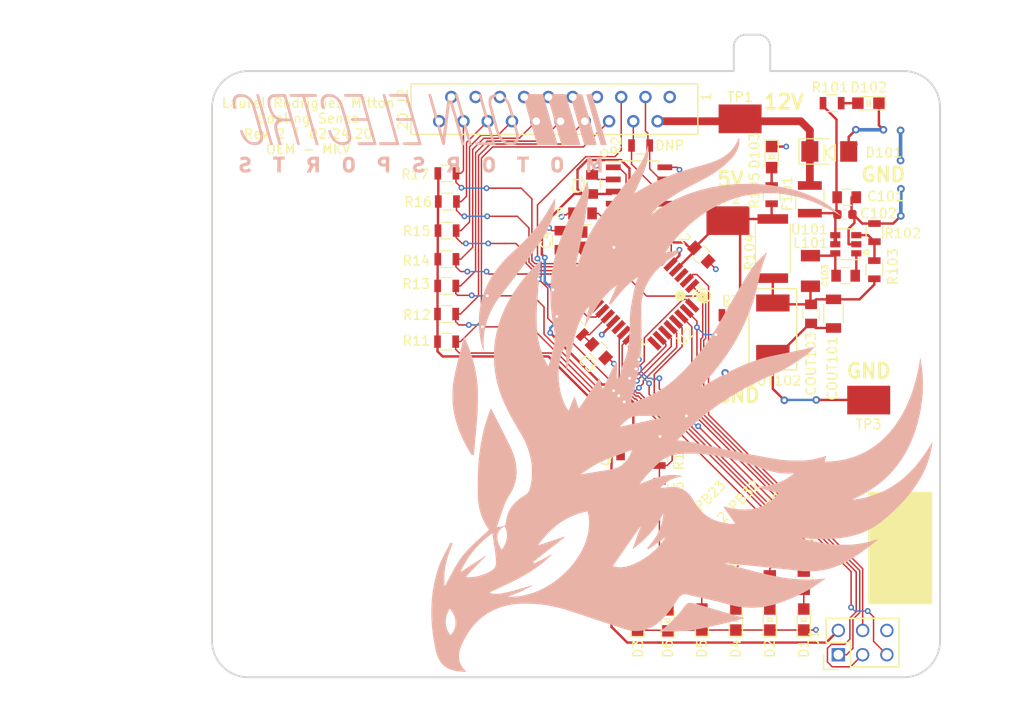
<source format=kicad_pcb>
(kicad_pcb (version 20171130) (host pcbnew 5.1.5-52549c5~84~ubuntu18.04.1)
  (layers (0 F.Cu signal) (31 B.Cu signal) (34 B.Paste user) (35 F.Paste user) (36 B.SilkS user hide) (37 F.SilkS user) (38 B.Mask user) (39 F.Mask user) (44 Edge.Cuts user))
  (net 0 "")
  (net 1 GND)
  (net 2 /12V)
  (net 3 VCC)
  (net 4 "Net-(C101-Pad1)")
  (net 5 "Net-(C103-Pad2)")
  (net 6 "Net-(C103-Pad1)")
  (net 7 "Net-(COUT101-Pad1)")
  (net 8 "Net-(D102-Pad2)")
  (net 9 "Net-(D103-Pad2)")
  (net 10 "Net-(R102-Pad1)")
  (net 11 "Net-(C3-Pad1)")
  (net 12 "Net-(C4-Pad1)")
  (net 13 "Net-(C5-Pad1)")
  (net 14 "Net-(D1-Pad2)")
  (net 15 "Net-(D2-Pad2)")
  (net 16 "Net-(D3-Pad2)")
  (net 17 "Net-(D4-Pad2)")
  (net 18 "Net-(D5-Pad2)")
  (net 19 "Net-(D6-Pad2)")
  (net 20 /MISO)
  (net 21 /SCK)
  (net 22 /MOSI)
  (net 23 /RESET)
  (net 24 /CAN_HI)
  (net 25 /CAN_LO)
  (net 26 /PUMP_CONTROL)
  (net 27 /LED_1)
  (net 28 /LED_2)
  (net 29 /LED_3)
  (net 30 /CAN_TX)
  (net 31 /CAN_RX)
  (net 32 "Net-(U1-Pad5)")
  (net 33 "Net-(U2-Pad3)")
  (net 34 "Net-(U2-Pad15)")
  (net 35 "Net-(U2-Pad21)")
  (net 36 "Net-(U2-Pad25)")
  (net 37 /PUMP_RELAY_READ)
  (net 38 /COOLING_ACTIVE_LED)
  (net 39 /TEMP_GOOD_LED)
  (net 40 /READ_1)
  (net 41 /READ_2)
  (net 42 /READ_3)
  (net 43 /READ_4)
  (net 44 /READ_5)
  (net 45 /READ_6)
  (net 46 /READ_7)
  (net 47 "Net-(U2-Pad8)")
  (net 48 "Net-(U2-Pad9)")
  (module footprints:R_0805_OEM (layer F.Cu) (at 141.2646 87.757)
    (fp_text reference R17 (at -3.3376 0.1016) (layer F.SilkS))
    (fp_text value R_10K hide)
    (pad 2 smd rect (at 0.95 0) (size 0.7 1.3) (layers F.Cu F.Paste F.Mask) (net 46 /READ_7))
    (pad 1 smd rect (at -0.95 0) (size 0.7 1.3) (layers F.Cu F.Paste F.Mask) (net 3 VCC))
  )
  (module footprints:R_0805_OEM (layer F.Cu) (at 141.3154 90.7034)
    (fp_text reference R16 (at -3.0632 0.0508) (layer F.SilkS))
    (fp_text value R_10K hide)
    (pad 2 smd rect (at 0.95 0) (size 0.7 1.3) (layers F.Cu F.Paste F.Mask) (net 45 /READ_6))
    (pad 1 smd rect (at -0.95 0) (size 0.7 1.3) (layers F.Cu F.Paste F.Mask) (net 3 VCC))
  )
  (module footprints:R_0805_OEM (layer F.Cu) (at 141.285 93.7514)
    (fp_text reference R15 (at -3.1852 0.0508) (layer F.SilkS))
    (fp_text value R_10K hide)
    (pad 2 smd rect (at 0.95 0) (size 0.7 1.3) (layers F.Cu F.Paste F.Mask) (net 44 /READ_5))
    (pad 1 smd rect (at -0.95 0) (size 0.7 1.3) (layers F.Cu F.Paste F.Mask) (net 3 VCC))
  )
  (module footprints:R_0805_OEM (layer F.Cu) (at 141.2646 96.7486)
    (fp_text reference R14 (at -3.200601 0.157999) (layer F.SilkS))
    (fp_text value R_10K hide)
    (pad 2 smd rect (at 0.95 0) (size 0.7 1.3) (layers F.Cu F.Paste F.Mask) (net 43 /READ_4))
    (pad 1 smd rect (at -0.95 0) (size 0.7 1.3) (layers F.Cu F.Paste F.Mask) (net 3 VCC))
  )
  (module footprints:R_0805_OEM (layer F.Cu) (at 141.2494 99.5426)
    (fp_text reference R13 (at -3.2004 -0.2032) (layer F.SilkS))
    (fp_text value R_10K hide)
    (pad 2 smd rect (at 0.95 0) (size 0.7 1.3) (layers F.Cu F.Paste F.Mask) (net 42 /READ_3))
    (pad 1 smd rect (at -0.95 0) (size 0.7 1.3) (layers F.Cu F.Paste F.Mask) (net 3 VCC))
  )
  (module footprints:R_0805_OEM (layer F.Cu) (at 141.2342 102.489)
    (fp_text reference R12 (at -3.114 0.1016) (layer F.SilkS))
    (fp_text value R_10K hide)
    (pad 2 smd rect (at 0.95 0) (size 0.7 1.3) (layers F.Cu F.Paste F.Mask) (net 41 /READ_2))
    (pad 1 smd rect (at -0.95 0) (size 0.7 1.3) (layers F.Cu F.Paste F.Mask) (net 3 VCC))
  )
  (module footprints:R_0805_OEM (layer F.Cu) (at 141.2342 105.3846)
    (fp_text reference R11 (at -3.1648 -0.1016) (layer F.SilkS))
    (fp_text value R_10K hide)
    (pad 2 smd rect (at 0.95 0) (size 0.7 1.3) (layers F.Cu F.Paste F.Mask) (net 40 /READ_1))
    (pad 1 smd rect (at -0.95 0) (size 0.7 1.3) (layers F.Cu F.Paste F.Mask) (net 3 VCC))
  )
  (module footprints:Test_Point_SMD (layer F.Cu) (at 185.42 111.506)
    (fp_text reference TP3 (at 0 2.54) (layer F.SilkS))
    (fp_text value Test_Point_SMD)
    (pad 1 smd rect (at 0 0) (size 4.5 3) (layers F.Cu F.Paste F.Mask) (net 1 GND))
  )
  (module footprints:Test_Point_SMD (layer F.Cu) (at 170.688 92.71)
    (fp_text reference TP2 (at 0 -2.286) (layer F.SilkS))
    (fp_text value Test_Point_SMD)
    (pad 1 smd rect (at 0 0) (size 4.5 3) (layers F.Cu F.Paste F.Mask) (net 3 VCC))
  )
  (module footprints:Test_Point_SMD (layer F.Cu) (at 171.958 82.042)
    (fp_text reference TP1 (at 0 -2.286) (layer F.SilkS))
    (fp_text value Test_Point_SMD)
    (pad 1 smd rect (at 0 0) (size 4.5 3) (layers F.Cu F.Paste F.Mask) (net 2 /12V))
  )
  (module footprints:TQFP-32_7x7mm_Pitch0.8mm (layer F.Cu) (at 161.957103 100.574695 225)
    (fp_text reference U2 (at 0 -6.05 45) (layer F.SilkS))
    (fp_text value ATMEGA16M1 hide)
    (pad 1 smd rect (at -4.25 -2.8 225) (size 1.6 0.55) (layers F.Cu F.Paste F.Mask) (net 20 /MISO))
    (pad 2 smd rect (at -4.25 -2 225) (size 1.6 0.55) (layers F.Cu F.Paste F.Mask) (net 22 /MOSI))
    (pad 3 smd rect (at -4.25 -1.2 225) (size 1.6 0.55) (layers F.Cu F.Paste F.Mask) (net 33 "Net-(U2-Pad3)"))
    (pad 4 smd rect (at -4.25 -0.4 225) (size 1.6 0.55) (layers F.Cu F.Paste F.Mask) (net 3 VCC))
    (pad 5 smd rect (at -4.25 0.4 225) (size 1.6 0.55) (layers F.Cu F.Paste F.Mask) (net 1 GND))
    (pad 6 smd rect (at -4.25 1.2 225) (size 1.6 0.55) (layers F.Cu F.Paste F.Mask) (net 30 /CAN_TX))
    (pad 7 smd rect (at -4.25 2 225) (size 1.6 0.55) (layers F.Cu F.Paste F.Mask) (net 31 /CAN_RX))
    (pad 8 smd rect (at -4.25 2.8 225) (size 1.6 0.55) (layers F.Cu F.Paste F.Mask) (net 47 "Net-(U2-Pad8)"))
    (pad 9 smd rect (at -2.8 4.25 315) (size 1.6 0.55) (layers F.Cu F.Paste F.Mask) (net 48 "Net-(U2-Pad9)"))
    (pad 10 smd rect (at -2 4.25 315) (size 1.6 0.55) (layers F.Cu F.Paste F.Mask) (net 13 "Net-(C5-Pad1)"))
    (pad 11 smd rect (at -1.2 4.25 315) (size 1.6 0.55) (layers F.Cu F.Paste F.Mask) (net 12 "Net-(C4-Pad1)"))
    (pad 12 smd rect (at -0.4 4.25 315) (size 1.6 0.55) (layers F.Cu F.Paste F.Mask) (net 21 /SCK))
    (pad 13 smd rect (at 0.4 4.25 315) (size 1.6 0.55) (layers F.Cu F.Paste F.Mask) (net 46 /READ_7))
    (pad 14 smd rect (at 1.2 4.25 315) (size 1.6 0.55) (layers F.Cu F.Paste F.Mask) (net 45 /READ_6))
    (pad 15 smd rect (at 2 4.25 315) (size 1.6 0.55) (layers F.Cu F.Paste F.Mask) (net 34 "Net-(U2-Pad15)"))
    (pad 16 smd rect (at 2.8 4.25 315) (size 1.6 0.55) (layers F.Cu F.Paste F.Mask) (net 44 /READ_5))
    (pad 17 smd rect (at 4.25 2.8 225) (size 1.6 0.55) (layers F.Cu F.Paste F.Mask) (net 43 /READ_4))
    (pad 18 smd rect (at 4.25 2 225) (size 1.6 0.55) (layers F.Cu F.Paste F.Mask) (net 37 /PUMP_RELAY_READ))
    (pad 19 smd rect (at 4.25 1.2 225) (size 1.6 0.55) (layers F.Cu F.Paste F.Mask) (net 11 "Net-(C3-Pad1)"))
    (pad 20 smd rect (at 4.25 0.4 225) (size 1.6 0.55) (layers F.Cu F.Paste F.Mask) (net 1 GND))
    (pad 21 smd rect (at 4.25 -0.4 225) (size 1.6 0.55) (layers F.Cu F.Paste F.Mask) (net 35 "Net-(U2-Pad21)"))
    (pad 22 smd rect (at 4.25 -1.2 225) (size 1.6 0.55) (layers F.Cu F.Paste F.Mask) (net 26 /PUMP_CONTROL))
    (pad 23 smd rect (at 4.25 -2 225) (size 1.6 0.55) (layers F.Cu F.Paste F.Mask) (net 29 /LED_3))
    (pad 24 smd rect (at 4.25 -2.8 225) (size 1.6 0.55) (layers F.Cu F.Paste F.Mask) (net 38 /COOLING_ACTIVE_LED))
    (pad 25 smd rect (at 2.8 -4.25 315) (size 1.6 0.55) (layers F.Cu F.Paste F.Mask) (net 36 "Net-(U2-Pad25)"))
    (pad 26 smd rect (at 2 -4.25 315) (size 1.6 0.55) (layers F.Cu F.Paste F.Mask) (net 42 /READ_3))
    (pad 27 smd rect (at 1.2 -4.25 315) (size 1.6 0.55) (layers F.Cu F.Paste F.Mask) (net 41 /READ_2))
    (pad 28 smd rect (at 0.4 -4.25 315) (size 1.6 0.55) (layers F.Cu F.Paste F.Mask) (net 40 /READ_1))
    (pad 29 smd rect (at -0.4 -4.25 315) (size 1.6 0.55) (layers F.Cu F.Paste F.Mask) (net 27 /LED_1))
    (pad 30 smd rect (at -1.2 -4.25 315) (size 1.6 0.55) (layers F.Cu F.Paste F.Mask) (net 39 /TEMP_GOOD_LED))
    (pad 31 smd rect (at -2 -4.25 315) (size 1.6 0.55) (layers F.Cu F.Paste F.Mask) (net 23 /RESET))
    (pad 32 smd rect (at -2.8 -4.25 315) (size 1.6 0.55) (layers F.Cu F.Paste F.Mask) (net 28 /LED_2))
  )
  (module footprints:R_0805_OEM (layer F.Cu) (at 163.5125 117.4115 270)
    (fp_text reference R10 (at 0 -2.032 90) (layer F.SilkS))
    (fp_text value R_10K hide)
    (pad 2 smd rect (at 0.95 0 270) (size 0.7 1.3) (layers F.Cu F.Paste F.Mask) (net 26 /PUMP_CONTROL))
    (pad 1 smd rect (at -0.95 0 270) (size 0.7 1.3) (layers F.Cu F.Paste F.Mask) (net 1 GND))
  )
  (module footprints:R_0805_OEM (layer F.Cu) (at 163.5125 120.9675 90)
    (fp_text reference R6 (at 0 2.032 90) (layer F.SilkS))
    (fp_text value R_200 hide)
    (pad 2 smd rect (at 0.95 0 90) (size 0.7 1.3) (layers F.Cu F.Paste F.Mask) (net 26 /PUMP_CONTROL))
    (pad 1 smd rect (at -0.95 0 90) (size 0.7 1.3) (layers F.Cu F.Paste F.Mask) (net 16 "Net-(D3-Pad2)"))
  )
  (module footprints:R_0805_OEM (layer F.Cu) (at 161.544 84.836 180)
    (fp_text reference R2 (at 2.54 0 90) (layer F.SilkS))
    (fp_text value R_120_DNP hide)
    (pad 2 smd rect (at 0.95 0 180) (size 0.7 1.3) (layers F.Cu F.Paste F.Mask) (net 25 /CAN_LO))
    (pad 1 smd rect (at -0.95 0 180) (size 0.7 1.3) (layers F.Cu F.Paste F.Mask) (net 24 /CAN_HI))
  )
  (module footprints:SOT-23F (layer F.Cu) (at 160.4985 117.4115 180)
    (fp_text reference Q1 (at 2.574 0 270) (layer F.SilkS))
    (fp_text value SSM3K333R hide)
    (pad 3 smd rect (at 1.05 0 180) (size 0.9 0.8) (layers F.Cu F.Paste F.Mask) (net 37 /PUMP_RELAY_READ))
    (pad 2 smd rect (at -1.05 0.95 180) (size 0.9 0.8) (layers F.Cu F.Paste F.Mask) (net 1 GND))
    (pad 1 smd rect (at -1.05 -0.95 180) (size 0.9 0.8) (layers F.Cu F.Paste F.Mask) (net 26 /PUMP_CONTROL))
  )
  (module footprints:Fuse_1812 (layer F.Cu) (at 175.387 101.3333 270)
    (fp_text reference COUT102 (at 8.1407 0.381 180) (layer F.SilkS))
    (fp_text value C_33uF hide)
    (pad 1 smd rect (at 0 0 270) (size 1.78 3.5) (layers F.Cu F.Paste F.Mask) (net 7 "Net-(COUT101-Pad1)"))
    (pad 2 smd rect (at 5.28 0 270) (size 1.78 3.5) (layers F.Cu F.Paste F.Mask) (net 1 GND))
  )
  (module footprints:C_0805_OEM (layer F.Cu) (at 183.007 98.4758 180)
    (fp_text reference C103 (at 2.159 0.0032 90) (layer F.SilkS) (effects (font (size 0.6 0.6))))
    (fp_text value C_0.1uF hide)
    (pad 2 smd rect (at 1 0 180) (size 1 1.25) (layers F.Cu F.Paste F.Mask) (net 5 "Net-(C103-Pad2)"))
    (pad 1 smd rect (at -1 0 180) (size 1 1.25) (layers F.Cu F.Paste F.Mask) (net 6 "Net-(C103-Pad1)"))
  )
  (module footprints:Fuse_1210 (layer F.Cu) (at 179.2605 90.4748 90)
    (fp_text reference F101 (at 0.5958 -2.3725 270) (layer F.SilkS))
    (fp_text value F_500mA_16V hide)
    (pad 2 smd rect (at 1.45 0 90) (size 0.9 2.5) (layers F.Cu F.Paste F.Mask) (net 2 /12V))
    (pad 1 smd rect (at -1.45 0 90) (size 0.9 2.5) (layers F.Cu F.Paste F.Mask) (net 4 "Net-(C101-Pad1)"))
  )
  (module footprints:L_100uH (layer F.Cu) (at 179.32146 97.9807 270)
    (fp_text reference L101 (at -2.9267 -0.01654 180) (layer F.SilkS))
    (fp_text value L_100uH hide)
    (pad 1 smd rect (at -1.6 0 270) (size 1.2 2) (layers F.Cu F.Paste F.Mask) (net 5 "Net-(C103-Pad2)"))
    (pad 2 smd rect (at 1.6 0 270) (size 1.2 2) (layers F.Cu F.Paste F.Mask) (net 7 "Net-(COUT101-Pad1)"))
  )
  (module footprints:R_0805_OEM (layer F.Cu) (at 186.00928 97.84842 90)
    (fp_text reference R103 (at 0.31242 1.95072 270) (layer F.SilkS))
    (fp_text value R_100K hide)
    (pad 1 smd rect (at -0.95 0 90) (size 0.7 1.3) (layers F.Cu F.Paste F.Mask) (net 7 "Net-(COUT101-Pad1)"))
    (pad 2 smd rect (at 0.95 0 90) (size 0.7 1.3) (layers F.Cu F.Paste F.Mask) (net 10 "Net-(R102-Pad1)"))
  )
  (module footprints:R_0805_OEM (layer F.Cu) (at 186.02452 93.96222 90)
    (fp_text reference R102 (at -0.06678 2.95148 180) (layer F.SilkS))
    (fp_text value R_25K hide)
    (pad 2 smd rect (at 0.95 0 90) (size 0.7 1.3) (layers F.Cu F.Paste F.Mask) (net 1 GND))
    (pad 1 smd rect (at -0.95 0 90) (size 0.7 1.3) (layers F.Cu F.Paste F.Mask) (net 10 "Net-(R102-Pad1)"))
  )
  (module footprints:R_0805_OEM (layer F.Cu) (at 175.26 89.982 90)
    (fp_text reference R105 (at 0.442 -1.808 90) (layer F.SilkS))
    (fp_text value R_200 hide)
    (pad 1 smd rect (at -0.95 0 90) (size 0.7 1.3) (layers F.Cu F.Paste F.Mask) (net 3 VCC))
    (pad 2 smd rect (at 0.95 0 90) (size 0.7 1.3) (layers F.Cu F.Paste F.Mask) (net 9 "Net-(D103-Pad2)"))
  )
  (module footprints:R_2512_OEM (layer F.Cu) (at 175.38192 95.6322 90)
    (fp_text reference R104 (at -0.3798 -2.40792 270) (layer F.SilkS))
    (fp_text value R_0_2512 hide)
    (pad 1 smd rect (at -3.1 0 90) (size 1 3.2) (layers F.Cu F.Paste F.Mask) (net 7 "Net-(COUT101-Pad1)"))
    (pad 2 smd rect (at 3.1 0 90) (size 1 3.2) (layers F.Cu F.Paste F.Mask) (net 3 VCC))
  )
  (module footprints:SOT-23-6_OEM (layer F.Cu) (at 183.0222 95.1816 180)
    (fp_text reference U101 (at 3.8092 1.5526 180) (layer F.SilkS))
    (fp_text value TPS560430YF hide)
    (pad 1 smd rect (at -1.1 -0.95 180) (size 1.06 0.65) (layers F.Cu F.Paste F.Mask) (net 6 "Net-(C103-Pad1)"))
    (pad 2 smd rect (at -1.1 0 180) (size 1.06 0.65) (layers F.Cu F.Paste F.Mask) (net 1 GND))
    (pad 3 smd rect (at -1.1 0.95 180) (size 1.06 0.65) (layers F.Cu F.Paste F.Mask) (net 10 "Net-(R102-Pad1)"))
    (pad 4 smd rect (at 1.1 0.95 180) (size 1.06 0.65) (layers F.Cu F.Paste F.Mask) (net 4 "Net-(C101-Pad1)"))
    (pad 6 smd rect (at 1.1 -0.95 180) (size 1.06 0.65) (layers F.Cu F.Paste F.Mask) (net 5 "Net-(C103-Pad2)"))
    (pad 5 smd rect (at 1.1 0 180) (size 1.06 0.65) (layers F.Cu F.Paste F.Mask) (net 4 "Net-(C101-Pad1)"))
  )
  (module footprints:C_1206_OEM (layer F.Cu) (at 181.737 102.4523 270)
    (fp_text reference COUT101 (at 5.7517 0.127 90) (layer F.SilkS))
    (fp_text value C_22uF hide)
    (pad 1 smd rect (at -1.5 0 270) (size 1 1.6) (layers F.Cu F.Paste F.Mask) (net 7 "Net-(COUT101-Pad1)"))
    (pad 2 smd rect (at 1.5 0 270) (size 1 1.6) (layers F.Cu F.Paste F.Mask) (net 1 GND))
  )
  (module footprints:C_0805_OEM (layer F.Cu) (at 179.3875 102.4763 270)
    (fp_text reference COUT103 (at 5.2197 -0.0005 90) (layer F.SilkS))
    (fp_text value C_47uF hide)
    (pad 1 smd rect (at -1 0 270) (size 1 1.25) (layers F.Cu F.Paste F.Mask) (net 7 "Net-(COUT101-Pad1)"))
    (pad 2 smd rect (at 1 0 270) (size 1 1.25) (layers F.Cu F.Paste F.Mask) (net 1 GND))
  )
  (module footprints:DO-214AA (layer F.Cu) (at 181.2925 85.4583)
    (fp_text reference D101 (at 5.7205 0.1207 180) (layer F.SilkS))
    (fp_text value D_Zener_18V hide)
    (pad 2 smd rect (at 2.032 0 180) (size 1.778 2.159) (layers F.Cu F.Paste F.Mask) (net 1 GND))
    (pad 1 smd rect (at -2.032 0 180) (size 1.778 2.159) (layers F.Cu F.Paste F.Mask) (net 2 /12V))
  )
  (module footprints:LED_0805_OEM (layer F.Cu) (at 175.26 86.05 270)
    (fp_text reference D103 (at -0.706 1.808 270) (layer F.SilkS))
    (fp_text value LED_0805 hide)
    (pad 2 smd rect (at 1.1 0 90) (size 1.2 1.2) (layers F.Cu F.Paste F.Mask) (net 9 "Net-(D103-Pad2)"))
    (pad 1 smd rect (at -1.1 0 90) (size 1.2 1.2) (layers F.Cu F.Paste F.Mask) (net 1 GND))
  )
  (module footprints:Logo_Large (layer B.Cu) (at 138.43 83.566 180)
    (fp_text reference G*** hide)
    (fp_text value LOGO hide)
  )
  (module footprints:LED_0805_OEM (layer F.Cu) (at 185.388 80.404 180)
    (fp_text reference D102 (at -0.032 1.664) (layer F.SilkS))
    (fp_text value LED_0805 hide)
    (pad 2 smd rect (at 1.1 0) (size 1.2 1.2) (layers F.Cu F.Paste F.Mask) (net 8 "Net-(D102-Pad2)"))
    (pad 1 smd rect (at -1.1 0) (size 1.2 1.2) (layers F.Cu F.Paste F.Mask) (net 1 GND))
  )
  (module footprints:R_0805_OEM (layer F.Cu) (at 181.588 80.404)
    (fp_text reference R101 (at -0.232 -1.664 180) (layer F.SilkS))
    (fp_text value R_200 hide)
    (pad 1 smd rect (at -0.95 0) (size 0.7 1.3) (layers F.Cu F.Paste F.Mask) (net 4 "Net-(C101-Pad1)"))
    (pad 2 smd rect (at 0.95 0) (size 0.7 1.3) (layers F.Cu F.Paste F.Mask) (net 8 "Net-(D102-Pad2)"))
  )
  (module footprints:phoenix (layer B.Cu) (at 165.862 112.014 270)
    (fp_text reference G*** hide)
    (fp_text value LOGO hide)
  )
  (module footprints:C_0805_OEM (layer F.Cu) (at 183.118 90.25636)
    (fp_text reference C101 (at 4.064 -0.08636) (layer F.SilkS))
    (fp_text value C_0.1uF hide)
    (pad 2 smd rect (at 1 0) (size 1 1.25) (layers F.Cu F.Paste F.Mask) (net 1 GND))
    (pad 1 smd rect (at -1 0) (size 1 1.25) (layers F.Cu F.Paste F.Mask) (net 4 "Net-(C101-Pad1)"))
  )
  (module footprints:C_0603_1608Metric (layer F.Cu) (at 182.9275 92.0623)
    (fp_text reference C102 (at 3.5085 -0.1143) (layer F.SilkS))
    (fp_text value C_2.2uF)
    (pad 1 smd roundrect (at -0.7875 0) (size 0.875 0.95) (layers F.Cu F.Paste F.Mask) (net 4 "Net-(C101-Pad1)"))
    (pad 2 smd roundrect (at 0.7875 0) (size 0.875 0.95) (layers F.Cu F.Paste F.Mask) (net 1 GND))
  )
  (module footprints:C_0805_OEM (layer F.Cu) (at 156.464 88.916 90)
    (fp_text reference C1 (at 0.016 -1.524 90) (layer F.SilkS))
    (fp_text value C_0.1uF hide)
    (pad 1 smd rect (at -1 0 90) (size 1 1.25) (layers F.Cu F.Paste F.Mask) (net 3 VCC))
    (pad 2 smd rect (at 1 0 90) (size 1 1.25) (layers F.Cu F.Paste F.Mask) (net 1 GND))
  )
  (module footprints:C_0805_OEM (layer F.Cu) (at 167.894 96.266 315)
    (fp_text reference C2 (at -2.873682 0 135) (layer F.SilkS))
    (fp_text value C_0.1uF hide)
    (pad 2 smd rect (at 1 0 315) (size 1 1.25) (layers F.Cu F.Paste F.Mask) (net 1 GND))
    (pad 1 smd rect (at -1 0 315) (size 1 1.25) (layers F.Cu F.Paste F.Mask) (net 3 VCC))
  )
  (module footprints:C_0805_OEM (layer F.Cu) (at 157.171107 106.371107 315)
    (fp_text reference C3 (at 0.07763 1.796051 135) (layer F.SilkS))
    (fp_text value C_100pF hide)
    (pad 1 smd rect (at -1 0 315) (size 1 1.25) (layers F.Cu F.Paste F.Mask) (net 11 "Net-(C3-Pad1)"))
    (pad 2 smd rect (at 1 0 315) (size 1 1.25) (layers F.Cu F.Paste F.Mask) (net 1 GND))
  )
  (module footprints:C_0805_OEM (layer F.Cu) (at 153.162 94.758 90)
    (fp_text reference C4 (at 0.016 -1.524 90) (layer F.SilkS))
    (fp_text value C_30pF hide)
    (pad 2 smd rect (at 1 0 90) (size 1 1.25) (layers F.Cu F.Paste F.Mask) (net 1 GND))
    (pad 1 smd rect (at -1 0 90) (size 1 1.25) (layers F.Cu F.Paste F.Mask) (net 12 "Net-(C4-Pad1)"))
  )
  (module footprints:C_0805_OEM (layer F.Cu) (at 155.464 91.948 180)
    (fp_text reference C5 (at 2.81 0) (layer F.SilkS))
    (fp_text value C_30pF hide)
    (pad 1 smd rect (at -1 0 180) (size 1 1.25) (layers F.Cu F.Paste F.Mask) (net 13 "Net-(C5-Pad1)"))
    (pad 2 smd rect (at 1 0 180) (size 1 1.25) (layers F.Cu F.Paste F.Mask) (net 1 GND))
  )
  (module footprints:LED_0805_OEM (layer F.Cu) (at 178.6255 134.493 90)
    (fp_text reference D1 (at -3.048 0 270) (layer F.SilkS))
    (fp_text value LED_0805 hide)
    (pad 2 smd rect (at 1.1 0 270) (size 1.2 1.2) (layers F.Cu F.Paste F.Mask) (net 14 "Net-(D1-Pad2)"))
    (pad 1 smd rect (at -1.1 0 270) (size 1.2 1.2) (layers F.Cu F.Paste F.Mask) (net 1 GND))
  )
  (module footprints:LED_0805_OEM (layer F.Cu) (at 175.0695 134.493 90)
    (fp_text reference D2 (at -3.048 0 90) (layer F.SilkS))
    (fp_text value LED_0805 hide)
    (pad 2 smd rect (at 1.1 0 270) (size 1.2 1.2) (layers F.Cu F.Paste F.Mask) (net 15 "Net-(D2-Pad2)"))
    (pad 1 smd rect (at -1.1 0 270) (size 1.2 1.2) (layers F.Cu F.Paste F.Mask) (net 1 GND))
  )
  (module footprints:LED_0805_OEM (layer F.Cu) (at 161.2265 134.5135 90)
    (fp_text reference D3 (at -3.0275 0.0635 90) (layer F.SilkS))
    (fp_text value LED_0805 hide)
    (pad 1 smd rect (at -1.1 0 270) (size 1.2 1.2) (layers F.Cu F.Paste F.Mask) (net 1 GND))
    (pad 2 smd rect (at 1.1 0 270) (size 1.2 1.2) (layers F.Cu F.Paste F.Mask) (net 16 "Net-(D3-Pad2)"))
  )
  (module footprints:LED_0805_OEM (layer F.Cu) (at 171.5135 134.493 90)
    (fp_text reference D4 (at -3.048 0 90) (layer F.SilkS))
    (fp_text value LED_0805 hide)
    (pad 2 smd rect (at 1.1 0 270) (size 1.2 1.2) (layers F.Cu F.Paste F.Mask) (net 17 "Net-(D4-Pad2)"))
    (pad 1 smd rect (at -1.1 0 270) (size 1.2 1.2) (layers F.Cu F.Paste F.Mask) (net 1 GND))
  )
  (module footprints:LED_0805_OEM (layer F.Cu) (at 167.9575 134.493 90)
    (fp_text reference D5 (at -3.048 0 90) (layer F.SilkS))
    (fp_text value LED_0805 hide)
    (pad 1 smd rect (at -1.1 0 270) (size 1.2 1.2) (layers F.Cu F.Paste F.Mask) (net 1 GND))
    (pad 2 smd rect (at 1.1 0 270) (size 1.2 1.2) (layers F.Cu F.Paste F.Mask) (net 18 "Net-(D5-Pad2)"))
  )
  (module footprints:LED_0805_OEM (layer F.Cu) (at 164.4015 134.577 90)
    (fp_text reference D6 (at -2.964 0 90) (layer F.SilkS))
    (fp_text value LED_0805 hide)
    (pad 1 smd rect (at -1.1 0 270) (size 1.2 1.2) (layers F.Cu F.Paste F.Mask) (net 1 GND))
    (pad 2 smd rect (at 1.1 0 270) (size 1.2 1.2) (layers F.Cu F.Paste F.Mask) (net 19 "Net-(D6-Pad2)"))
  )
  (module footprints:Pin_Header_Straight_2x03 (layer F.Cu) (at 182.245 138.176 90)
    (fp_text reference J1 (at 1.778 -2.54 90) (layer F.SilkS))
    (fp_text value CONN_02X03 hide)
    (pad 1 thru_hole rect (at 0 0 90) (size 1.4 1.4) (drill 1.016) (layers *.Cu *.Mask) (net 20 /MISO))
    (pad 2 thru_hole circle (at 2.54 0 90) (size 1.4 1.4) (drill 1.016) (layers *.Cu *.Mask) (net 3 VCC))
    (pad 3 thru_hole circle (at 0 2.54 90) (size 1.4 1.4) (drill 1.016) (layers *.Cu *.Mask) (net 21 /SCK))
    (pad 4 thru_hole circle (at 2.54 2.54 90) (size 1.4 1.4) (drill 1.016) (layers *.Cu *.Mask) (net 22 /MOSI))
    (pad 5 thru_hole circle (at 0 5.08 90) (size 1.4 1.4) (drill 1.016) (layers *.Cu *.Mask) (net 23 /RESET))
    (pad 6 thru_hole circle (at 2.54 5.08 90) (size 1.4 1.4) (drill 1.016) (layers *.Cu *.Mask) (net 1 GND))
  )
  (module footprints:micromatch_female_ra_20 (layer F.Cu) (at 159.512 79.756 270)
    (fp_text reference J2 (at 0 22.86 90) (layer F.SilkS))
    (fp_text value MM_F_RA_20 hide)
    (fp_text user 20 (at 2.54 22.86 90) (layer F.SilkS))
    (fp_text user 1 (at 0 -8.89 90) (layer F.SilkS))
    (pad 5 thru_hole circle (at 0 0 270) (size 1.3 1.3) (drill 0.8) (layers *.Cu *.Mask) (net 37 /PUMP_RELAY_READ))
    (pad 3 thru_hole circle (at 0 -2.54 270) (size 1.3 1.3) (drill 0.8) (layers *.Cu *.Mask) (net 24 /CAN_HI))
    (pad 1 thru_hole circle (at 0 -5.08 270) (size 1.3 1.3) (drill 0.8) (layers *.Cu *.Mask) (net 1 GND))
    (pad 7 thru_hole circle (at 0 2.54 270) (size 1.3 1.3) (drill 0.8) (layers *.Cu *.Mask) (net 1 GND))
    (pad 2 thru_hole circle (at 2.54 -3.81 270) (size 1.3 1.3) (drill 0.8) (layers *.Cu *.Mask) (net 2 /12V))
    (pad 4 thru_hole circle (at 2.54 -1.27 270) (size 1.3 1.3) (drill 0.8) (layers *.Cu *.Mask) (net 25 /CAN_LO))
    (pad 6 thru_hole circle (at 2.54 1.27 270) (size 1.3 1.3) (drill 0.8) (layers *.Cu *.Mask) (net 40 /READ_1))
    (pad 8 thru_hole circle (at 2.54 3.81 270) (size 1.3 1.3) (drill 0.8) (layers *.Cu *.Mask) (net 41 /READ_2))
    (pad 9 thru_hole circle (at 0 5.08 270) (size 1.3 1.3) (drill 0.8) (layers *.Cu *.Mask) (net 1 GND))
    (pad 10 thru_hole circle (at 2.54 6.35 270) (size 1.3 1.3) (drill 0.8) (layers *.Cu *.Mask) (net 42 /READ_3))
    (pad 11 thru_hole circle (at 0 7.62 270) (size 1.3 1.3) (drill 0.8) (layers *.Cu *.Mask) (net 1 GND))
    (pad 12 thru_hole circle (at 2.54 8.89 270) (size 1.3 1.3) (drill 0.8) (layers *.Cu *.Mask) (net 43 /READ_4))
    (pad 13 thru_hole circle (at 0 10.16 270) (size 1.3 1.3) (drill 0.8) (layers *.Cu *.Mask) (net 1 GND))
    (pad 14 thru_hole circle (at 2.54 11.43 270) (size 1.3 1.3) (drill 0.8) (layers *.Cu *.Mask) (net 44 /READ_5))
    (pad 15 thru_hole circle (at 0 12.7 270) (size 1.3 1.3) (drill 0.8) (layers *.Cu *.Mask) (net 1 GND))
    (pad 16 thru_hole circle (at 2.54 13.97 270) (size 1.3 1.3) (drill 0.8) (layers *.Cu *.Mask) (net 45 /READ_6))
    (pad 17 thru_hole circle (at 0 15.24 270) (size 1.3 1.3) (drill 0.8) (layers *.Cu *.Mask) (net 1 GND))
    (pad 18 thru_hole circle (at 2.54 16.51 270) (size 1.3 1.3) (drill 0.8) (layers *.Cu *.Mask) (net 46 /READ_7))
    (pad 19 thru_hole circle (at 0 17.78 270) (size 1.3 1.3) (drill 0.8) (layers *.Cu *.Mask) (net 1 GND))
    (pad 20 thru_hole circle (at 2.54 19.05 270) (size 1.3 1.3) (drill 0.8) (layers *.Cu *.Mask) (net 1 GND))
  )
  (module footprints:R_0805_OEM (layer F.Cu) (at 154.776249 103.976249 315)
    (fp_text reference R1 (at -0.066 2.032 135) (layer F.SilkS))
    (fp_text value R_100 hide)
    (pad 1 smd rect (at -0.95 0 315) (size 0.7 1.3) (layers F.Cu F.Paste F.Mask) (net 3 VCC))
    (pad 2 smd rect (at 0.95 0 315) (size 0.7 1.3) (layers F.Cu F.Paste F.Mask) (net 11 "Net-(C3-Pad1)"))
  )
  (module footprints:R_0805_OEM (layer F.Cu) (at 171.008 102.616 180)
    (fp_text reference R3 (at 0 1.524) (layer F.SilkS))
    (fp_text value R_10K hide)
    (pad 2 smd rect (at 0.95 0 180) (size 0.7 1.3) (layers F.Cu F.Paste F.Mask) (net 23 /RESET))
    (pad 1 smd rect (at -0.95 0 180) (size 0.7 1.3) (layers F.Cu F.Paste F.Mask) (net 3 VCC))
  )
  (module footprints:R_0805_OEM (layer F.Cu) (at 178.6255 130.622 270)
    (fp_text reference R4 (at -2.606 0 90) (layer F.SilkS))
    (fp_text value R_200 hide)
    (pad 2 smd rect (at 0.95 0 270) (size 0.7 1.3) (layers F.Cu F.Paste F.Mask) (net 14 "Net-(D1-Pad2)"))
    (pad 1 smd rect (at -0.95 0 270) (size 0.7 1.3) (layers F.Cu F.Paste F.Mask) (net 38 /COOLING_ACTIVE_LED))
  )
  (module footprints:R_0805_OEM (layer F.Cu) (at 175.0695 130.622 270)
    (fp_text reference R5 (at -2.606 0 90) (layer F.SilkS))
    (fp_text value R_200 hide)
    (pad 1 smd rect (at -0.95 0 270) (size 0.7 1.3) (layers F.Cu F.Paste F.Mask) (net 39 /TEMP_GOOD_LED))
    (pad 2 smd rect (at 0.95 0 270) (size 0.7 1.3) (layers F.Cu F.Paste F.Mask) (net 15 "Net-(D2-Pad2)"))
  )
  (module footprints:R_0805_OEM (layer F.Cu) (at 171.5135 130.556 270)
    (fp_text reference R7 (at -2.54 0 90) (layer F.SilkS))
    (fp_text value R_200 hide)
    (pad 1 smd rect (at -0.95 0 270) (size 0.7 1.3) (layers F.Cu F.Paste F.Mask) (net 27 /LED_1))
    (pad 2 smd rect (at 0.95 0 270) (size 0.7 1.3) (layers F.Cu F.Paste F.Mask) (net 17 "Net-(D4-Pad2)"))
  )
  (module footprints:R_0805_OEM (layer F.Cu) (at 167.9575 130.49 270)
    (fp_text reference R8 (at -2.474 0 90) (layer F.SilkS))
    (fp_text value R_200 hide)
    (pad 2 smd rect (at 0.95 0 270) (size 0.7 1.3) (layers F.Cu F.Paste F.Mask) (net 18 "Net-(D5-Pad2)"))
    (pad 1 smd rect (at -0.95 0 270) (size 0.7 1.3) (layers F.Cu F.Paste F.Mask) (net 28 /LED_2))
  )
  (module footprints:R_0805_OEM (layer F.Cu) (at 164.4015 130.556 270)
    (fp_text reference R9 (at -2.54 0 90) (layer F.SilkS))
    (fp_text value R_200 hide)
    (pad 1 smd rect (at -0.95 0 270) (size 0.7 1.3) (layers F.Cu F.Paste F.Mask) (net 29 /LED_3))
    (pad 2 smd rect (at 0.95 0 270) (size 0.7 1.3) (layers F.Cu F.Paste F.Mask) (net 19 "Net-(D6-Pad2)"))
  )
  (module footprints:SOIC-8_3.9x4.9mm_Pitch1.27mm_OEM (layer F.Cu) (at 161.384 89.027)
    (fp_text reference U1 (at 4.732 -0.635 90) (layer F.SilkS))
    (fp_text value MCP2561-E_SN hide)
    (pad 1 smd rect (at -2.7 -1.905) (size 1.55 0.6) (layers F.Cu F.Paste F.Mask) (net 30 /CAN_TX))
    (pad 2 smd rect (at -2.7 -0.635) (size 1.55 0.6) (layers F.Cu F.Paste F.Mask) (net 1 GND))
    (pad 3 smd rect (at -2.7 0.635) (size 1.55 0.6) (layers F.Cu F.Paste F.Mask) (net 3 VCC))
    (pad 4 smd rect (at -2.7 1.905) (size 1.55 0.6) (layers F.Cu F.Paste F.Mask) (net 31 /CAN_RX))
    (pad 5 smd rect (at 2.7 1.905) (size 1.55 0.6) (layers F.Cu F.Paste F.Mask) (net 32 "Net-(U1-Pad5)"))
    (pad 6 smd rect (at 2.7 0.635) (size 1.55 0.6) (layers F.Cu F.Paste F.Mask) (net 25 /CAN_LO))
    (pad 7 smd rect (at 2.7 -0.635) (size 1.55 0.6) (layers F.Cu F.Paste F.Mask) (net 24 /CAN_HI))
    (pad 8 smd rect (at 2.7 -1.905) (size 1.55 0.6) (layers F.Cu F.Paste F.Mask) (net 1 GND))
  )
  (module footprints:Crystal_SMD_FA238 (layer F.Cu) (at 156.38 94.704)
    (fp_text reference Y1 (at 2.54 -0.292 270) (layer F.SilkS))
    (fp_text value Crystal_SMD hide)
    (pad 1 smd rect (at -1.1 0.8) (size 1.4 1.2) (layers F.Cu F.Mask) (net 12 "Net-(C4-Pad1)"))
    (pad 2 smd rect (at 1.1 0.8) (size 1.4 1.2) (layers F.Cu F.Mask) (net 1 GND))
    (pad 3 smd rect (at 1.1 -0.8) (size 1.4 1.2) (layers F.Cu F.Mask) (net 13 "Net-(C5-Pad1)"))
    (pad 4 smd rect (at -1.1 -0.8) (size 1.4 1.2) (layers F.Cu F.Mask) (net 1 GND))
  )
  (gr_poly (pts (xy 192.024 132.842) (xy 185.42 132.842) (xy 185.42 121.158) (xy 192.024 121.158)) (layer F.SilkS) (width 0.1))
  (gr_text "Laurel Rodriguez Mitton\nCooling Sense\nRev 2 | 02.24.20\nOEM - MKV" (at 126.746 82.804) (layer F.SilkS) (effects (font (size 1 1))))
  (gr_circle (center 185.166 96.012) (end 185.42 96.012) (layer F.SilkS) (width 0.15))
  (gr_circle (center 154.432 96.52) (end 154.432 96.774) (layer F.SilkS) (width 0.15))
  (gr_circle (center 157.734 85.598) (end 157.988 85.344) (layer F.SilkS) (width 0.15))
  (gr_circle (center 168.148 100.584) (end 168.656 100.076) (layer F.SilkS) (width 0.15))
  (gr_text GND (at 185.42 108.458) (layer F.SilkS) (effects (font (size 1.5 1.5) (thickness 0.3))))
  (gr_line (start 175.107599 77.0382) (end 189.0776 77.0382) (layer Edge.Cuts) (width 0.2))
  (gr_line (start 175.107599 77.0382) (end 175.107599 74.4982) (layer Edge.Cuts) (width 0.2))
  (gr_arc (start 172.567599 74.4982) (end 172.567599 73.2282) (angle -90) (layer Edge.Cuts) (width 0.2))
  (gr_line (start 172.5676 73.228201) (end 173.8376 73.228201) (layer Edge.Cuts) (width 0.2))
  (gr_line (start 120.4976 77.0382) (end 171.297599 77.0382) (layer Edge.Cuts) (width 0.2))
  (gr_arc (start 120.4976 80.848201) (end 120.4976 77.0382) (angle -90) (layer Edge.Cuts) (width 0.2))
  (gr_line (start 120.4976 140.5382) (end 189.0776 140.5382) (layer Edge.Cuts) (width 0.2))
  (gr_line (start 171.297599 77.0382) (end 171.297599 74.4982) (layer Edge.Cuts) (width 0.2))
  (gr_arc (start 173.8376 74.4982) (end 175.107599 74.4982) (angle -90) (layer Edge.Cuts) (width 0.2))
  (gr_arc (start 189.0776 136.7282) (end 189.0776 140.5382) (angle -90) (layer Edge.Cuts) (width 0.2))
  (gr_line (start 192.8876 136.7282) (end 192.8876 80.848201) (layer Edge.Cuts) (width 0.2))
  (gr_line (start 116.6876 136.7282) (end 116.6876 80.8482) (layer Edge.Cuts) (width 0.2))
  (gr_arc (start 189.0776 80.848201) (end 192.8876 80.848201) (angle -90) (layer Edge.Cuts) (width 0.2))
  (gr_arc (start 120.4976 136.7282) (end 116.6876 136.7282) (angle -90) (layer Edge.Cuts) (width 0.2))
  (gr_text DNP (at 164.592 84.836) (layer F.SilkS) (effects (font (size 1 1))))
  (gr_text "LED 3 PB23" (at 167.005 123.3805 45) (layer F.SilkS) (effects (font (size 1 1))))
  (gr_text "LED 2 PB32" (at 170.561 123.3805 45) (layer F.SilkS) (effects (font (size 1 1))))
  (gr_text "LED 1 PB29" (at 174.371 123.3805 45) (layer F.SilkS) (effects (font (size 1 1))))
  (gr_text "Temp Good\n" (at 177.419 123.825 45) (layer F.SilkS) (effects (font (size 1 1))))
  (gr_text "Cooling Active" (at 182.118 122.936 45) (layer F.SilkS) (effects (font (size 1 1))))
  (gr_text GND (at 186.944 87.884) (layer F.SilkS) (effects (font (size 1.5 1.5) (thickness 0.3))))
  (gr_text 5V (at 170.942 88.392) (layer F.SilkS) (effects (font (size 1.5 1.5) (thickness 0.3))))
  (gr_text GND (at 171.704 110.998) (layer F.SilkS) (effects (font (size 1.5 1.5) (thickness 0.3))))
  (gr_text 12V (at 176.53 80.264) (layer F.SilkS) (effects (font (size 1.5 1.5) (thickness 0.3))))
  (segment (start 179.92344 111.48822) (end 176.62398 111.48822) (width 0.25) (layer B.Cu) (net 1))
  (segment (start 183.3245 85.4583) (end 183.3245 83.9343) (width 0.254) (layer F.Cu) (net 1))
  (segment (start 183.3245 83.9343) (end 184.07888 83.17992) (width 0.254) (layer F.Cu) (net 1))
  (segment (start 183.9275 92.0623) (end 183.9275 92.9413) (width 0.254) (layer F.Cu) (net 1))
  (segment (start 183.9275 92.9413) (end 183.312799 93.556001) (width 0.254) (layer F.Cu) (net 1))
  (segment (start 183.312799 93.556001) (end 183.312799 95.156199) (width 0.254) (layer F.Cu) (net 1))
  (segment (start 183.312799 95.156199) (end 183.3382 95.1816) (width 0.254) (layer F.Cu) (net 1))
  (segment (start 183.3382 95.1816) (end 184.1222 95.1816) (width 0.254) (layer F.Cu) (net 1))
  (segment (start 179.3875 103.4763) (end 179.2625 103.4763) (width 0.254) (layer F.Cu) (net 1))
  (segment (start 179.2625 103.4763) (end 176.1255 106.6133) (width 0.254) (layer F.Cu) (net 1))
  (segment (start 176.1255 106.6133) (end 175.387 106.6133) (width 0.254) (layer F.Cu) (net 1))
  (segment (start 181.737 103.9523) (end 179.8635 103.9523) (width 0.254) (layer F.Cu) (net 1))
  (segment (start 179.8635 103.9523) (end 179.3875 103.4763) (width 0.254) (layer F.Cu) (net 1))
  (segment (start 186.488 80.404) (end 186.488 82.72138) (width 0.254) (layer F.Cu) (net 1))
  (segment (start 186.488 82.72138) (end 186.95924 83.19262) (width 0.254) (layer F.Cu) (net 1))
  (segment (start 186.02452 93.01222) (end 187.98036 93.01222) (width 0.254) (layer F.Cu) (net 1))
  (segment (start 187.98036 93.01222) (end 188.78296 92.20962) (width 0.254) (layer F.Cu) (net 1))
  (segment (start 186.02452 93.01222) (end 184.75242 93.01222) (width 0.254) (layer F.Cu) (net 1))
  (segment (start 184.75242 93.01222) (end 183.9275 92.1873) (width 0.254) (layer F.Cu) (net 1))
  (segment (start 183.9275 92.1873) (end 183.9275 92.0623) (width 0.254) (layer F.Cu) (net 1))
  (segment (start 183.62432 90.25636) (end 183.62432 91.75912) (width 0.254) (layer F.Cu) (net 1))
  (segment (start 183.62432 91.75912) (end 183.9275 92.0623) (width 0.254) (layer F.Cu) (net 1))
  (segment (start 175.387 106.6133) (end 175.387 110.32236) (width 0.254) (layer F.Cu) (net 1))
  (segment (start 175.387 110.32236) (end 176.58842 111.52378) (width 0.254) (layer F.Cu) (net 1))
  (segment (start 183.3245 85.2678) (end 183.3245 85.4583) (width 0.1524) (layer F.Cu) (net 1))
  (via (at 170.39844 108.65866) (size 0.8) (drill 0.4) (layers F.Cu B.Cu) (net 1))
  (segment (start 184.07888 84.70392) (end 183.3245 85.4583) (width 0.381) (layer F.Cu) (net 1))
  (segment (start 184.09158 83.19262) (end 184.07888 83.17992) (width 0.381) (layer B.Cu) (net 1))
  (segment (start 186.95924 83.19262) (end 184.09158 83.19262) (width 0.381) (layer B.Cu) (net 1))
  (via (at 184.07888 83.17992) (size 0.8) (drill 0.4) (layers F.Cu B.Cu) (net 1))
  (segment (start 187.02274 83.25612) (end 186.95924 83.19262) (width 0.381) (layer F.Cu) (net 1))
  (via (at 188.75756 86.4108) (size 0.8) (drill 0.4) (layers F.Cu B.Cu) (net 1))
  (segment (start 188.78296 89.39276) (end 188.79566 89.38006) (width 0.381) (layer B.Cu) (net 1))
  (segment (start 188.78296 92.20962) (end 188.78296 89.39276) (width 0.381) (layer B.Cu) (net 1))
  (via (at 188.79566 89.38006) (size 0.8) (drill 0.4) (layers F.Cu B.Cu) (net 1))
  (via (at 188.78296 92.20962) (size 0.8) (drill 0.4) (layers F.Cu B.Cu) (net 1))
  (via (at 179.92344 111.48822) (size 0.8) (drill 0.4) (layers F.Cu B.Cu) (net 1))
  (segment (start 176.62398 111.48822) (end 176.58842 111.52378) (width 0.25) (layer B.Cu) (net 1))
  (via (at 176.58842 111.52378) (size 0.8) (drill 0.4) (layers F.Cu B.Cu) (net 1))
  (via (at 186.95924 83.19262) (size 0.8) (drill 0.4) (layers F.Cu B.Cu) (net 1))
  (segment (start 188.75756 85.845115) (end 188.75756 83.25612) (width 0.381) (layer B.Cu) (net 1))
  (segment (start 188.75756 86.4108) (end 188.75756 85.845115) (width 0.381) (layer B.Cu) (net 1))
  (via (at 188.75756 83.25612) (size 0.8) (drill 0.4) (layers F.Cu B.Cu) (net 1))
  (segment (start 188.79566 86.4489) (end 188.75756 86.4108) (width 0.381) (layer F.Cu) (net 1))
  (via (at 176.784 84.950004) (size 0.6096) (drill 0.3048) (layers F.Cu B.Cu) (net 1))
  (segment (start 176.783996 84.95) (end 176.784 84.950004) (width 0.254) (layer F.Cu) (net 1))
  (segment (start 175.26 84.95) (end 176.783996 84.95) (width 0.254) (layer F.Cu) (net 1))
  (via (at 157.48 104.648) (size 0.6096) (drill 0.3048) (layers F.Cu B.Cu) (net 1))
  (segment (start 158.669056 103.297056) (end 158.669056 103.458944) (width 0.254) (layer F.Cu) (net 1))
  (segment (start 158.669056 103.458944) (end 157.48 104.648) (width 0.254) (layer F.Cu) (net 1))
  (segment (start 156.589 87.916) (end 157.065 88.392) (width 0.1524) (layer F.Cu) (net 1))
  (segment (start 156.464 87.916) (end 156.589 87.916) (width 0.1524) (layer F.Cu) (net 1))
  (segment (start 157.065 88.392) (end 158.684 88.392) (width 0.1524) (layer F.Cu) (net 1))
  (via (at 156.972 86.9442) (size 0.6096) (drill 0.3048) (layers F.Cu B.Cu) (net 1))
  (segment (start 156.464 87.916) (end 156.464 87.4522) (width 0.1524) (layer F.Cu) (net 1))
  (segment (start 156.464 87.4522) (end 156.972 86.9442) (width 0.1524) (layer F.Cu) (net 1))
  (via (at 165.608 87.376) (size 0.6096) (drill 0.3048) (layers F.Cu B.Cu) (net 1))
  (segment (start 164.084 87.122) (end 165.354 87.122) (width 0.1524) (layer F.Cu) (net 1))
  (segment (start 165.354 87.122) (end 165.608 87.376) (width 0.1524) (layer F.Cu) (net 1))
  (segment (start 155.134 93.758) (end 155.28 93.904) (width 0.1524) (layer F.Cu) (net 1))
  (segment (start 153.162 93.758) (end 155.134 93.758) (width 0.1524) (layer F.Cu) (net 1))
  (segment (start 158.496 95.504) (end 158.75 95.504) (width 0.1524) (layer F.Cu) (net 1))
  (via (at 158.75 95.504) (size 0.6096) (drill 0.3048) (layers F.Cu B.Cu) (net 1))
  (segment (start 157.48 95.504) (end 158.496 95.504) (width 0.1524) (layer F.Cu) (net 1))
  (via (at 153.2636 92.3036) (size 0.6096) (drill 0.3048) (layers F.Cu B.Cu) (net 1))
  (via (at 158.75 107.696) (size 0.6096) (drill 0.3048) (layers F.Cu B.Cu) (net 1))
  (segment (start 157.878214 107.078214) (end 158.132214 107.078214) (width 0.1524) (layer F.Cu) (net 1))
  (segment (start 158.132214 107.078214) (end 158.75 107.696) (width 0.1524) (layer F.Cu) (net 1))
  (via (at 151.96821 93.472) (size 0.6096) (drill 0.3048) (layers F.Cu B.Cu) (net 1))
  (segment (start 152.25421 93.758) (end 151.96821 93.472) (width 0.1524) (layer F.Cu) (net 1))
  (segment (start 153.162 93.758) (end 152.25421 93.758) (width 0.1524) (layer F.Cu) (net 1))
  (segment (start 178.7095 135.509) (end 178.6255 135.593) (width 0.1524) (layer F.Cu) (net 1))
  (segment (start 178.6255 135.593) (end 175.0695 135.593) (width 0.1524) (layer F.Cu) (net 1))
  (segment (start 174.3171 135.593) (end 171.5135 135.593) (width 0.1524) (layer F.Cu) (net 1))
  (segment (start 175.0695 135.593) (end 174.3171 135.593) (width 0.1524) (layer F.Cu) (net 1))
  (segment (start 170.7611 135.593) (end 167.9575 135.593) (width 0.1524) (layer F.Cu) (net 1))
  (segment (start 171.5135 135.593) (end 170.7611 135.593) (width 0.1524) (layer F.Cu) (net 1))
  (segment (start 164.4855 135.593) (end 164.4015 135.677) (width 0.1524) (layer F.Cu) (net 1))
  (segment (start 167.9575 135.593) (end 164.4855 135.593) (width 0.1524) (layer F.Cu) (net 1))
  (segment (start 161.5485 116.4615) (end 163.5125 116.4615) (width 0.1524) (layer F.Cu) (net 1))
  (segment (start 163.49 116.439) (end 163.5125 116.4615) (width 0.1524) (layer F.Cu) (net 1))
  (via (at 179.8955 135.5725) (size 0.6096) (drill 0.3048) (layers F.Cu B.Cu) (net 1))
  (segment (start 178.6255 135.593) (end 179.875 135.593) (width 0.1524) (layer F.Cu) (net 1))
  (segment (start 179.875 135.593) (end 179.8955 135.5725) (width 0.1524) (layer F.Cu) (net 1))
  (segment (start 164.679464 97.286648) (end 165.608 96.358112) (width 0.254) (layer F.Cu) (net 1))
  (via (at 165.608 95.758) (size 0.6096) (drill 0.3048) (layers F.Cu B.Cu) (net 1))
  (segment (start 165.608 96.358112) (end 165.608 96.189052) (width 0.254) (layer F.Cu) (net 1))
  (segment (start 165.608 96.189052) (end 165.608 95.758) (width 0.254) (layer F.Cu) (net 1))
  (segment (start 168.347107 97.227107) (end 168.855107 97.227107) (width 0.254) (layer F.Cu) (net 1))
  (via (at 169.418 97.79) (size 0.6096) (drill 0.3048) (layers F.Cu B.Cu) (net 1))
  (segment (start 168.601107 96.973107) (end 169.418 97.79) (width 0.1524) (layer F.Cu) (net 1))
  (via (at 163.576 115.316) (size 0.6096) (drill 0.3048) (layers F.Cu B.Cu) (net 1))
  (segment (start 163.5125 116.4615) (end 163.5125 115.3795) (width 0.1524) (layer F.Cu) (net 1))
  (segment (start 163.5125 115.3795) (end 163.576 115.316) (width 0.1524) (layer F.Cu) (net 1))
  (segment (start 164.338 135.6135) (end 164.4015 135.677) (width 0.1524) (layer F.Cu) (net 1))
  (segment (start 161.2265 135.6135) (end 164.338 135.6135) (width 0.1524) (layer F.Cu) (net 1))
  (segment (start 186.41822 111.48822) (end 186.436 111.506) (width 0.1524) (layer F.Cu) (net 1))
  (segment (start 185.40222 111.48822) (end 185.42 111.506) (width 0.254) (layer F.Cu) (net 1))
  (segment (start 179.92344 111.48822) (end 185.40222 111.48822) (width 0.254) (layer F.Cu) (net 1))
  (segment (start 153.7716 92.1004) (end 153.4668 92.1004) (width 0.1524) (layer F.Cu) (net 1))
  (segment (start 154.464 91.948) (end 153.924 91.948) (width 0.1524) (layer F.Cu) (net 1))
  (segment (start 153.4668 92.1004) (end 153.2636 92.3036) (width 0.1524) (layer F.Cu) (net 1))
  (segment (start 153.924 91.948) (end 153.7716 92.1004) (width 0.1524) (layer F.Cu) (net 1))
  (segment (start 179.09286 85.29066) (end 179.2605 85.4583) (width 0.381) (layer F.Cu) (net 2))
  (segment (start 179.21286 85.41066) (end 179.2605 85.4583) (width 0.381) (layer F.Cu) (net 2))
  (segment (start 179.2605 85.4583) (end 179.2605 89.0248) (width 0.8128) (layer F.Cu) (net 2))
  (segment (start 178.308 82.296) (end 163.322 82.296) (width 0.8128) (layer F.Cu) (net 2))
  (segment (start 179.2605 85.4583) (end 179.2605 83.2485) (width 0.8128) (layer F.Cu) (net 2))
  (segment (start 179.2605 83.2485) (end 178.308 82.296) (width 0.8128) (layer F.Cu) (net 2))
  (segment (start 175.26 92.41028) (end 175.38192 92.5322) (width 0.254) (layer F.Cu) (net 3))
  (segment (start 175.26 90.932) (end 175.26 92.41028) (width 0.254) (layer F.Cu) (net 3))
  (segment (start 166.932893 96.164591) (end 166.932893 95.812893) (width 0.254) (layer F.Cu) (net 3))
  (segment (start 165.24515 97.852334) (end 166.932893 96.164591) (width 0.254) (layer F.Cu) (net 3))
  (segment (start 158.43 89.916) (end 158.684 89.662) (width 0.254) (layer F.Cu) (net 3))
  (segment (start 156.464 89.916) (end 158.43 89.916) (width 0.254) (layer F.Cu) (net 3))
  (segment (start 169.273786 93.472) (end 166.932893 95.812893) (width 0.254) (layer F.Cu) (net 3))
  (segment (start 170.213586 92.5322) (end 169.273786 93.472) (width 0.254) (layer F.Cu) (net 3))
  (segment (start 173.37552 92.5322) (end 170.213586 92.5322) (width 0.254) (layer F.Cu) (net 3))
  (segment (start 175.38192 92.5322) (end 173.37552 92.5322) (width 0.254) (layer F.Cu) (net 3))
  (segment (start 171.958 93.98) (end 171.958 102.362) (width 0.254) (layer F.Cu) (net 3))
  (segment (start 171.94286 93.96486) (end 171.958 93.98) (width 0.254) (layer F.Cu) (net 3))
  (segment (start 154.104498 103.304498) (end 152.690401 101.890401) (width 0.254) (layer F.Cu) (net 3))
  (segment (start 152.690401 101.890401) (end 152.690401 101.212255) (width 0.254) (layer F.Cu) (net 3))
  (segment (start 155.448 89.916) (end 156.464 89.916) (width 0.254) (layer F.Cu) (net 3))
  (segment (start 154.94 89.408) (end 155.448 89.916) (width 0.254) (layer F.Cu) (net 3))
  (segment (start 154.94 87.376) (end 154.94 89.408) (width 0.254) (layer F.Cu) (net 3))
  (segment (start 155.956 86.36) (end 154.94 87.376) (width 0.254) (layer F.Cu) (net 3))
  (segment (start 166.116 94.996) (end 165.017974 94.996) (width 0.254) (layer F.Cu) (net 3))
  (segment (start 166.932893 95.812893) (end 166.116 94.996) (width 0.254) (layer F.Cu) (net 3))
  (segment (start 165.017974 94.996) (end 160.37561 90.353636) (width 0.254) (layer F.Cu) (net 3))
  (segment (start 160.37561 90.353636) (end 160.37561 87.235688) (width 0.254) (layer F.Cu) (net 3))
  (segment (start 160.37561 87.235688) (end 159.499922 86.36) (width 0.254) (layer F.Cu) (net 3))
  (segment (start 159.499922 86.36) (end 155.956 86.36) (width 0.254) (layer F.Cu) (net 3))
  (via (at 152.777171 102.746829) (size 0.6096) (drill 0.3048) (layers F.Cu B.Cu) (net 3))
  (segment (start 152.690401 101.890401) (end 152.690401 102.660059) (width 0.254) (layer F.Cu) (net 3))
  (segment (start 152.690401 102.660059) (end 152.777171 102.746829) (width 0.254) (layer F.Cu) (net 3))
  (segment (start 151.206623 93.292759) (end 151.206623 96.246025) (width 0.254) (layer F.Cu) (net 3))
  (segment (start 156.464 89.916) (end 154.583382 89.916) (width 0.254) (layer F.Cu) (net 3))
  (segment (start 151.206623 96.246025) (end 151.511422 96.550824) (width 0.254) (layer F.Cu) (net 3))
  (segment (start 154.583382 89.916) (end 151.206623 93.292759) (width 0.254) (layer F.Cu) (net 3))
  (via (at 152.083776 104.456224) (size 0.6096) (drill 0.3048) (layers F.Cu B.Cu) (net 3))
  (segment (start 182.245 135.636) (end 180.975 136.906) (width 0.254) (layer F.Cu) (net 3))
  (segment (start 180.975 136.906) (end 163.576 136.906) (width 0.254) (layer F.Cu) (net 3))
  (segment (start 163.576 136.906) (end 163.322 136.906) (width 0.254) (layer F.Cu) (net 3))
  (via (at 151.511 96.5835) (size 0.6096) (drill 0.3048) (layers F.Cu B.Cu) (net 3))
  (segment (start 151.511422 96.550824) (end 151.511422 96.583078) (width 0.254) (layer F.Cu) (net 3))
  (segment (start 151.511422 96.583078) (end 151.511 96.5835) (width 0.254) (layer F.Cu) (net 3))
  (via (at 152.3619 99.952571) (size 0.6096) (drill 0.3048) (layers F.Cu B.Cu) (net 3))
  (segment (start 151.511 99.101671) (end 152.3619 99.952571) (width 0.254) (layer B.Cu) (net 3))
  (segment (start 151.511 96.5835) (end 151.511 99.101671) (width 0.254) (layer B.Cu) (net 3))
  (segment (start 152.690401 100.302901) (end 152.690401 101.890401) (width 0.254) (layer F.Cu) (net 3))
  (segment (start 152.3619 99.952571) (end 152.3619 99.9744) (width 0.254) (layer F.Cu) (net 3))
  (segment (start 152.3619 99.9744) (end 152.690401 100.302901) (width 0.254) (layer F.Cu) (net 3))
  (segment (start 152.083776 103.948224) (end 152.083776 104.456224) (width 0.254) (layer B.Cu) (net 3))
  (segment (start 152.777171 102.746829) (end 152.777171 103.254829) (width 0.254) (layer B.Cu) (net 3))
  (segment (start 152.777171 103.254829) (end 152.083776 103.948224) (width 0.254) (layer B.Cu) (net 3))
  (segment (start 160.147 136.906) (end 163.576 136.906) (width 0.254) (layer F.Cu) (net 3))
  (segment (start 157.503396 109.875844) (end 158.902368 109.875844) (width 0.254) (layer F.Cu) (net 3))
  (segment (start 152.083776 104.456224) (end 157.503396 109.875844) (width 0.254) (layer F.Cu) (net 3))
  (segment (start 158.902368 109.875844) (end 160.782 111.755476) (width 0.254) (layer F.Cu) (net 3))
  (segment (start 158.496 135.255) (end 160.147 136.906) (width 0.254) (layer F.Cu) (net 3))
  (segment (start 160.782 114.427) (end 158.496 116.713) (width 0.254) (layer F.Cu) (net 3))
  (segment (start 158.496 116.713) (end 158.496 135.255) (width 0.254) (layer F.Cu) (net 3))
  (segment (start 182.04932 82.11532) (end 182.04932 89.68136) (width 0.254) (layer F.Cu) (net 4))
  (segment (start 180.638 80.704) (end 182.04932 82.11532) (width 0.254) (layer F.Cu) (net 4))
  (segment (start 182.04932 89.68136) (end 182.04932 90.25636) (width 0.254) (layer F.Cu) (net 4))
  (segment (start 180.638 80.404) (end 180.638 80.704) (width 0.254) (layer F.Cu) (net 4))
  (segment (start 179.2605 91.9248) (end 181.79 91.9248) (width 0.254) (layer F.Cu) (net 4))
  (segment (start 181.79 91.9248) (end 181.9275 92.0623) (width 0.254) (layer F.Cu) (net 4))
  (segment (start 181.9275 92.0623) (end 181.9275 94.2263) (width 0.254) (layer F.Cu) (net 4))
  (segment (start 181.9275 94.2263) (end 181.9222 94.2316) (width 0.254) (layer F.Cu) (net 4))
  (segment (start 182.04932 90.25636) (end 182.04932 91.94048) (width 0.254) (layer F.Cu) (net 4))
  (segment (start 182.04932 91.94048) (end 181.9275 92.0623) (width 0.254) (layer F.Cu) (net 4))
  (segment (start 181.9222 94.2316) (end 181.9222 95.1816) (width 0.381) (layer F.Cu) (net 4))
  (segment (start 181.6731 96.3807) (end 181.9222 96.1316) (width 0.254) (layer F.Cu) (net 5))
  (segment (start 179.32146 96.3807) (end 181.6731 96.3807) (width 0.254) (layer F.Cu) (net 5))
  (segment (start 181.9222 96.1316) (end 181.9222 98.391) (width 0.254) (layer F.Cu) (net 5))
  (segment (start 181.9222 98.391) (end 182.007 98.4758) (width 0.254) (layer F.Cu) (net 5))
  (segment (start 179.57056 96.1316) (end 179.32146 96.3807) (width 0.25) (layer F.Cu) (net 5))
  (segment (start 184.1222 96.1316) (end 184.1222 98.3606) (width 0.254) (layer F.Cu) (net 6))
  (segment (start 184.1222 98.3606) (end 184.007 98.4758) (width 0.254) (layer F.Cu) (net 6))
  (segment (start 181.737 100.9523) (end 184.4594 100.9523) (width 0.254) (layer F.Cu) (net 7))
  (segment (start 184.4594 100.9523) (end 186.00928 99.40242) (width 0.254) (layer F.Cu) (net 7))
  (segment (start 186.00928 99.40242) (end 186.00928 98.79842) (width 0.254) (layer F.Cu) (net 7))
  (segment (start 181.737 100.9523) (end 179.9115 100.9523) (width 0.254) (layer F.Cu) (net 7))
  (segment (start 179.9115 100.9523) (end 179.3875 101.4763) (width 0.254) (layer F.Cu) (net 7))
  (segment (start 179.32146 99.5807) (end 179.32146 101.41026) (width 0.254) (layer F.Cu) (net 7))
  (segment (start 179.32146 101.41026) (end 179.3875 101.4763) (width 0.254) (layer F.Cu) (net 7))
  (segment (start 179.3875 101.4763) (end 175.53 101.4763) (width 0.254) (layer F.Cu) (net 7))
  (segment (start 175.53 101.4763) (end 175.387 101.3333) (width 0.254) (layer F.Cu) (net 7))
  (segment (start 175.38192 98.7322) (end 175.38192 101.32822) (width 0.254) (layer F.Cu) (net 7))
  (segment (start 175.38192 101.32822) (end 175.387 101.3333) (width 0.254) (layer F.Cu) (net 7))
  (segment (start 175.52924 101.47554) (end 175.387 101.3333) (width 0.25) (layer F.Cu) (net 7))
  (segment (start 179.32146 101.38664) (end 179.41036 101.47554) (width 0.25) (layer F.Cu) (net 7))
  (segment (start 175.387 98.73728) (end 175.38192 98.7322) (width 0.25) (layer F.Cu) (net 7))
  (segment (start 186.00928 98.79842) (end 186.30928 98.79842) (width 0.25) (layer F.Cu) (net 7))
  (segment (start 184.288 80.404) (end 182.538 80.404) (width 0.254) (layer F.Cu) (net 8))
  (segment (start 175.26 87.374) (end 175.036 87.15) (width 0.254) (layer F.Cu) (net 9))
  (segment (start 175.036 88.9) (end 175.26 88.676) (width 0.254) (layer F.Cu) (net 9))
  (segment (start 175.26 88.676) (end 175.26 87.374) (width 0.254) (layer F.Cu) (net 9))
  (segment (start 186.02452 94.91222) (end 185.3439 94.2316) (width 0.254) (layer F.Cu) (net 10))
  (segment (start 185.3439 94.2316) (end 184.1222 94.2316) (width 0.254) (layer F.Cu) (net 10))
  (segment (start 186.02452 94.91222) (end 186.02452 96.88318) (width 0.254) (layer F.Cu) (net 10))
  (segment (start 186.02452 96.88318) (end 186.00928 96.89842) (width 0.254) (layer F.Cu) (net 10))
  (segment (start 155.448 104.648) (end 156.464 105.664) (width 0.1524) (layer F.Cu) (net 11))
  (segment (start 156.186742 104.648) (end 156.042975 104.648) (width 0.1524) (layer F.Cu) (net 11))
  (segment (start 156.042975 104.648) (end 155.448 104.648) (width 0.1524) (layer F.Cu) (net 11))
  (segment (start 158.103371 102.731371) (end 156.186742 104.648) (width 0.1524) (layer F.Cu) (net 11))
  (segment (start 153.162 95.758) (end 155.026 95.758) (width 0.1524) (layer F.Cu) (net 12))
  (segment (start 159.370866 96.291402) (end 159.800427 96.720963) (width 0.1524) (layer F.Cu) (net 12))
  (segment (start 155.493 96.393) (end 158.419714 96.393) (width 0.1524) (layer F.Cu) (net 12))
  (segment (start 155.28 96.18) (end 155.493 96.393) (width 0.1524) (layer F.Cu) (net 12))
  (segment (start 155.28 95.58) (end 155.28 96.18) (width 0.1524) (layer F.Cu) (net 12))
  (segment (start 158.521312 96.291402) (end 159.370866 96.291402) (width 0.1524) (layer F.Cu) (net 12))
  (segment (start 158.419714 96.393) (end 158.521312 96.291402) (width 0.1524) (layer F.Cu) (net 12))
  (segment (start 157.1164 91.948) (end 157.48 92.3116) (width 0.1524) (layer F.Cu) (net 13))
  (segment (start 156.464 91.948) (end 157.1164 91.948) (width 0.1524) (layer F.Cu) (net 13))
  (segment (start 157.48 92.3116) (end 157.48 93.98) (width 0.1524) (layer F.Cu) (net 13))
  (segment (start 160.366113 96.013713) (end 160.366113 96.155278) (width 0.1524) (layer F.Cu) (net 13))
  (segment (start 158.3324 93.98) (end 160.366113 96.013713) (width 0.1524) (layer F.Cu) (net 13))
  (segment (start 157.48 93.98) (end 158.3324 93.98) (width 0.1524) (layer F.Cu) (net 13))
  (segment (start 178.6255 131.9474) (end 178.6255 133.393) (width 0.1524) (layer F.Cu) (net 14))
  (segment (start 178.6255 131.572) (end 178.6255 132.0744) (width 0.1524) (layer F.Cu) (net 14))
  (segment (start 175.0695 131.9474) (end 175.0695 133.393) (width 0.1524) (layer F.Cu) (net 15))
  (segment (start 175.0695 131.572) (end 175.0695 132.0744) (width 0.1524) (layer F.Cu) (net 15))
  (segment (start 161.2265 130.8735) (end 161.2265 133.4135) (width 0.1524) (layer F.Cu) (net 16))
  (segment (start 163.5125 121.9175) (end 163.5125 128.5875) (width 0.1524) (layer F.Cu) (net 16))
  (segment (start 163.5125 128.5875) (end 161.2265 130.8735) (width 0.1524) (layer F.Cu) (net 16))
  (segment (start 171.5135 131.8814) (end 171.5135 133.393) (width 0.1524) (layer F.Cu) (net 17))
  (segment (start 171.5135 131.506) (end 171.5135 132.0084) (width 0.1524) (layer F.Cu) (net 17))
  (segment (start 167.9448 131.6228) (end 167.9448 133.2004) (width 0.1524) (layer F.Cu) (net 18))
  (segment (start 164.4015 131.8814) (end 164.4015 133.477) (width 0.1524) (layer F.Cu) (net 19))
  (segment (start 164.4015 131.506) (end 164.4015 132.0084) (width 0.1524) (layer F.Cu) (net 19))
  (segment (start 168.148 113.03) (end 184.480213 129.362213) (width 0.1524) (layer F.Cu) (net 20))
  (segment (start 183.769 134.467595) (end 183.769 137.5044) (width 0.1524) (layer F.Cu) (net 20))
  (segment (start 166.942206 99.54939) (end 168.351189 100.958373) (width 0.1524) (layer F.Cu) (net 20))
  (segment (start 183.769 137.5044) (end 183.0974 138.176) (width 0.1524) (layer F.Cu) (net 20))
  (segment (start 184.480213 129.362213) (end 184.480213 133.756382) (width 0.1524) (layer F.Cu) (net 20))
  (segment (start 168.351189 100.958373) (end 168.351189 105.047532) (width 0.1524) (layer F.Cu) (net 20))
  (segment (start 168.148 105.250721) (end 168.148 113.03) (width 0.1524) (layer F.Cu) (net 20))
  (segment (start 184.480213 133.756382) (end 183.769 134.467595) (width 0.1524) (layer F.Cu) (net 20))
  (segment (start 168.351189 105.047532) (end 168.148 105.250721) (width 0.1524) (layer F.Cu) (net 20))
  (segment (start 183.0974 138.176) (end 182.245 138.176) (width 0.1524) (layer F.Cu) (net 20))
  (segment (start 184.085001 138.875999) (end 184.785 138.176) (width 0.1524) (layer F.Cu) (net 21))
  (segment (start 181.61 139.446) (end 183.515 139.446) (width 0.1524) (layer F.Cu) (net 21))
  (segment (start 168.046378 104.921276) (end 167.843189 105.124465) (width 0.1524) (layer F.Cu) (net 21))
  (segment (start 168.046378 101.244378) (end 168.046378 104.921276) (width 0.1524) (layer F.Cu) (net 21))
  (segment (start 159.234742 97.286648) (end 159.234742 97.675557) (width 0.1524) (layer F.Cu) (net 21))
  (segment (start 167.41325 100.61125) (end 168.046378 101.244378) (width 0.1524) (layer F.Cu) (net 21))
  (segment (start 183.515 139.446) (end 184.085001 138.875999) (width 0.1524) (layer F.Cu) (net 21))
  (segment (start 159.234742 97.675557) (end 162.170435 100.61125) (width 0.1524) (layer F.Cu) (net 21))
  (segment (start 167.843189 105.124465) (end 167.843189 113.233189) (width 0.1524) (layer F.Cu) (net 21))
  (segment (start 162.170435 100.61125) (end 167.41325 100.61125) (width 0.1524) (layer F.Cu) (net 21))
  (segment (start 167.843189 113.233189) (end 184.111903 129.501903) (width 0.1524) (layer F.Cu) (net 21))
  (segment (start 184.111903 129.501903) (end 184.111903 133.677192) (width 0.1524) (layer F.Cu) (net 21))
  (segment (start 184.111903 133.677192) (end 183.4515 134.337595) (width 0.1524) (layer F.Cu) (net 21))
  (segment (start 183.4515 134.337595) (end 183.4515 136.538434) (width 0.1524) (layer F.Cu) (net 21))
  (segment (start 183.4515 136.538434) (end 182.893434 137.0965) (width 0.1524) (layer F.Cu) (net 21))
  (segment (start 181.513018 137.0965) (end 181.102 137.507518) (width 0.1524) (layer F.Cu) (net 21))
  (segment (start 181.102 138.938) (end 181.61 139.446) (width 0.1524) (layer F.Cu) (net 21))
  (segment (start 182.893434 137.0965) (end 181.513018 137.0965) (width 0.1524) (layer F.Cu) (net 21))
  (segment (start 181.102 137.507518) (end 181.102 138.938) (width 0.1524) (layer F.Cu) (net 21))
  (segment (start 168.757622 113.131622) (end 168.783 113.157) (width 0.1524) (layer F.Cu) (net 22))
  (segment (start 184.785 134.646051) (end 184.785 135.636) (width 0.1524) (layer F.Cu) (net 22))
  (segment (start 184.785024 134.646027) (end 184.785 134.646051) (width 0.1524) (layer F.Cu) (net 22))
  (segment (start 168.783 113.157) (end 184.785024 129.159024) (width 0.1524) (layer F.Cu) (net 22))
  (segment (start 184.785024 129.159024) (end 184.785024 134.646027) (width 0.1524) (layer F.Cu) (net 22))
  (segment (start 168.656 113.03) (end 168.783 113.157) (width 0.1524) (layer F.Cu) (net 22))
  (segment (start 168.656 99.568) (end 168.656 113.03) (width 0.1524) (layer F.Cu) (net 22))
  (segment (start 167.43531 98.34731) (end 168.656 99.568) (width 0.1524) (layer F.Cu) (net 22))
  (segment (start 166.37652 98.983705) (end 167.012915 98.34731) (width 0.1524) (layer F.Cu) (net 22))
  (segment (start 167.012915 98.34731) (end 167.43531 98.34731) (width 0.1524) (layer F.Cu) (net 22))
  (segment (start 185.928 134.213566) (end 185.623233 133.908799) (width 0.1524) (layer F.Cu) (net 23))
  (segment (start 187.325 138.176) (end 185.928 136.779) (width 0.1524) (layer F.Cu) (net 23))
  (segment (start 185.928 136.779) (end 185.928 134.213566) (width 0.1524) (layer F.Cu) (net 23))
  (via (at 185.318434 133.604) (size 0.6096) (drill 0.3048) (layers F.Cu B.Cu) (net 23))
  (segment (start 185.623233 133.908799) (end 185.318434 133.604) (width 0.1524) (layer F.Cu) (net 23))
  (segment (start 183.959493 133.604) (end 183.578493 133.223) (width 0.1524) (layer B.Cu) (net 23))
  (segment (start 185.318434 133.604) (end 183.959493 133.604) (width 0.1524) (layer B.Cu) (net 23))
  (via (at 183.578493 133.223) (size 0.6096) (drill 0.3048) (layers F.Cu B.Cu) (net 23))
  (segment (start 169.926 104.140002) (end 169.722801 104.343201) (width 0.1524) (layer F.Cu) (net 23))
  (segment (start 169.722801 104.343201) (end 169.418002 104.648) (width 0.1524) (layer F.Cu) (net 23))
  (segment (start 169.926 103.002) (end 169.926 104.140002) (width 0.1524) (layer F.Cu) (net 23))
  (via (at 169.418002 104.648) (size 0.6096) (drill 0.3048) (layers F.Cu B.Cu) (net 23))
  (segment (start 183.578493 133.223) (end 183.578493 129.476493) (width 0.1524) (layer F.Cu) (net 23))
  (segment (start 169.418002 104.648) (end 168.204016 104.648) (width 0.1524) (layer B.Cu) (net 23))
  (segment (start 167.442016 104.317052) (end 167.442016 103.886) (width 0.1524) (layer F.Cu) (net 23))
  (segment (start 183.578493 129.476493) (end 167.442016 113.340016) (width 0.1524) (layer F.Cu) (net 23))
  (segment (start 167.442016 113.340016) (end 167.442016 104.317052) (width 0.1524) (layer F.Cu) (net 23))
  (via (at 167.442016 103.886) (size 0.6096) (drill 0.3048) (layers F.Cu B.Cu) (net 23))
  (segment (start 168.204016 104.648) (end 167.442016 103.886) (width 0.1524) (layer B.Cu) (net 23))
  (segment (start 167.442016 103.454948) (end 167.442016 103.886) (width 0.1524) (layer F.Cu) (net 23))
  (segment (start 166.37652 102.165685) (end 167.442016 103.231181) (width 0.1524) (layer F.Cu) (net 23))
  (segment (start 167.442016 103.231181) (end 167.442016 103.454948) (width 0.1524) (layer F.Cu) (net 23))
  (segment (start 163.609 88.392) (end 164.084 88.392) (width 0.1524) (layer F.Cu) (net 24))
  (segment (start 162.494 87.277) (end 163.609 88.392) (width 0.1524) (layer F.Cu) (net 24))
  (segment (start 162.494 84.836) (end 162.494 87.277) (width 0.1524) (layer F.Cu) (net 24))
  (segment (start 162.306 84.648) (end 162.494 84.836) (width 0.1524) (layer F.Cu) (net 24))
  (segment (start 162.052 79.756) (end 162.052 83.312) (width 0.1524) (layer F.Cu) (net 24))
  (segment (start 162.306 83.566) (end 162.306 84.648) (width 0.1524) (layer F.Cu) (net 24))
  (segment (start 162.052 83.312) (end 162.306 83.566) (width 0.1524) (layer F.Cu) (net 24))
  (segment (start 160.782 84.648) (end 160.594 84.836) (width 0.1524) (layer F.Cu) (net 25))
  (segment (start 160.782 82.296) (end 160.782 84.648) (width 0.1524) (layer F.Cu) (net 25))
  (segment (start 160.594 84.836) (end 160.594 86.7905) (width 0.1524) (layer F.Cu) (net 25))
  (segment (start 163.4655 89.662) (end 164.084 89.662) (width 0.1524) (layer F.Cu) (net 25))
  (segment (start 160.594 86.7905) (end 163.4655 89.662) (width 0.1524) (layer F.Cu) (net 25))
  (segment (start 163.5125 118.3615) (end 161.5485 118.3615) (width 0.1524) (layer F.Cu) (net 26))
  (segment (start 163.5125 118.3615) (end 163.5125 120.0175) (width 0.1524) (layer F.Cu) (net 26))
  (segment (start 161.5485 117.8091) (end 161.5485 118.3615) (width 0.1524) (layer F.Cu) (net 26))
  (segment (start 164.3149 118.3615) (end 163.5125 118.3615) (width 0.1524) (layer F.Cu) (net 26))
  (segment (start 164.846 117.8304) (end 164.3149 118.3615) (width 0.1524) (layer F.Cu) (net 26))
  (segment (start 159.308787 104.920067) (end 159.308787 109.348288) (width 0.1524) (layer F.Cu) (net 26))
  (segment (start 159.308787 109.348288) (end 161.034712 111.074213) (width 0.1524) (layer F.Cu) (net 26))
  (segment (start 161.034712 111.074213) (end 161.289281 111.074213) (width 0.1524) (layer F.Cu) (net 26))
  (segment (start 161.289281 111.074213) (end 164.846 114.630933) (width 0.1524) (layer F.Cu) (net 26))
  (segment (start 159.800427 104.428427) (end 159.308787 104.920067) (width 0.1524) (layer F.Cu) (net 26))
  (segment (start 164.846 114.630933) (end 164.846 117.8304) (width 0.1524) (layer F.Cu) (net 26))
  (segment (start 171.5135 129.1036) (end 171.5135 129.606) (width 0.1524) (layer F.Cu) (net 27))
  (segment (start 172.2201 128.397) (end 171.5135 129.1036) (width 0.1524) (layer F.Cu) (net 27))
  (segment (start 178.435 128.016) (end 178.054 128.397) (width 0.1524) (layer F.Cu) (net 27))
  (segment (start 178.054 128.397) (end 172.2201 128.397) (width 0.1524) (layer F.Cu) (net 27))
  (segment (start 162.968897 110.898897) (end 178.435 126.365) (width 0.1524) (layer F.Cu) (net 27))
  (segment (start 165.881545 103.933451) (end 165.881545 105.898455) (width 0.1524) (layer F.Cu) (net 27))
  (segment (start 165.24515 103.297056) (end 165.881545 103.933451) (width 0.1524) (layer F.Cu) (net 27))
  (segment (start 165.881545 105.898455) (end 162.966402 108.813598) (width 0.1524) (layer F.Cu) (net 27))
  (segment (start 178.435 126.365) (end 178.435 128.016) (width 0.1524) (layer F.Cu) (net 27))
  (segment (start 162.966402 108.813598) (end 162.966402 109.494881) (width 0.1524) (layer F.Cu) (net 27))
  (segment (start 162.966402 109.494881) (end 162.968897 109.497376) (width 0.1524) (layer F.Cu) (net 27))
  (segment (start 162.968897 109.497376) (end 162.968897 110.898897) (width 0.1524) (layer F.Cu) (net 27))
  (via (at 161.057274 108.242231) (size 0.6096) (drill 0.3048) (layers F.Cu B.Cu) (net 28))
  (segment (start 177.927 127.508) (end 177.927 126.387105) (width 0.1524) (layer F.Cu) (net 28))
  (via (at 162.435495 109.75341) (size 0.6096) (drill 0.3048) (layers F.Cu B.Cu) (net 28))
  (segment (start 162.435495 110.8956) (end 162.435495 110.184462) (width 0.1524) (layer F.Cu) (net 28))
  (segment (start 162.435495 110.184462) (end 162.435495 109.75341) (width 0.1524) (layer F.Cu) (net 28))
  (segment (start 177.419 128.016) (end 177.927 127.508) (width 0.1524) (layer F.Cu) (net 28))
  (segment (start 162.408343 109.75341) (end 162.435495 109.75341) (width 0.1524) (layer B.Cu) (net 28))
  (segment (start 168.9791 128.016) (end 177.419 128.016) (width 0.1524) (layer F.Cu) (net 28))
  (segment (start 161.057274 108.242231) (end 161.057274 108.402341) (width 0.1524) (layer B.Cu) (net 28))
  (segment (start 167.9575 129.0376) (end 168.9791 128.016) (width 0.1524) (layer F.Cu) (net 28))
  (segment (start 161.057274 108.402341) (end 162.408343 109.75341) (width 0.1524) (layer B.Cu) (net 28))
  (segment (start 177.927 126.387105) (end 162.435495 110.8956) (width 0.1524) (layer F.Cu) (net 28))
  (segment (start 167.9575 129.54) (end 167.9575 129.0376) (width 0.1524) (layer F.Cu) (net 28))
  (segment (start 161.362073 107.937432) (end 161.057274 108.242231) (width 0.1524) (layer F.Cu) (net 28))
  (segment (start 166.305811 100.963605) (end 165.958645 100.963605) (width 0.1524) (layer F.Cu) (net 28))
  (segment (start 165.958645 100.963605) (end 161.925 104.99725) (width 0.1524) (layer F.Cu) (net 28))
  (segment (start 161.925 104.99725) (end 161.925 107.442) (width 0.1524) (layer F.Cu) (net 28))
  (segment (start 166.942206 101.6) (end 166.305811 100.963605) (width 0.1524) (layer F.Cu) (net 28))
  (segment (start 161.925 107.442) (end 161.429568 107.937432) (width 0.1524) (layer F.Cu) (net 28))
  (segment (start 161.429568 107.937432) (end 161.362073 107.937432) (width 0.1524) (layer F.Cu) (net 28))
  (segment (start 164.4015 129.1036) (end 164.4015 129.606) (width 0.1524) (layer F.Cu) (net 29))
  (segment (start 165.8701 127.635) (end 164.4015 129.1036) (width 0.1524) (layer F.Cu) (net 29))
  (segment (start 176.276 127.635) (end 165.8701 127.635) (width 0.1524) (layer F.Cu) (net 29))
  (segment (start 176.784 127.127) (end 176.276 127.635) (width 0.1524) (layer F.Cu) (net 29))
  (segment (start 159.613598 105.746627) (end 159.613598 109.222032) (width 0.1524) (layer F.Cu) (net 29))
  (segment (start 160.366113 104.994112) (end 159.613598 105.746627) (width 0.1524) (layer F.Cu) (net 29))
  (segment (start 159.613598 109.222032) (end 161.160967 110.769402) (width 0.1524) (layer F.Cu) (net 29))
  (segment (start 161.160967 110.769402) (end 161.442402 110.769402) (width 0.1524) (layer F.Cu) (net 29))
  (segment (start 161.442402 110.769402) (end 176.784 126.111) (width 0.1524) (layer F.Cu) (net 29))
  (segment (start 176.784 126.111) (end 176.784 127.127) (width 0.1524) (layer F.Cu) (net 29))
  (segment (start 159.258 87.122) (end 158.684 87.122) (width 0.1524) (layer F.Cu) (net 30))
  (segment (start 160.02 87.884) (end 159.258 87.122) (width 0.1524) (layer F.Cu) (net 30))
  (segment (start 160.02 90.500934) (end 160.02 87.884) (width 0.1524) (layer F.Cu) (net 30))
  (segment (start 164.750174 95.231108) (end 160.02 90.500934) (width 0.1524) (layer F.Cu) (net 30))
  (segment (start 164.113779 96.720963) (end 164.750174 96.084568) (width 0.1524) (layer F.Cu) (net 30))
  (segment (start 164.750174 96.084568) (end 164.750174 95.231108) (width 0.1524) (layer F.Cu) (net 30))
  (segment (start 164.184488 95.518883) (end 163.548093 96.155278) (width 0.1524) (layer F.Cu) (net 31))
  (segment (start 161.036 91.948) (end 164.184488 95.096488) (width 0.1524) (layer F.Cu) (net 31))
  (segment (start 164.184488 95.096488) (end 164.184488 95.518883) (width 0.1524) (layer F.Cu) (net 31))
  (segment (start 160.02 90.932) (end 161.036 91.948) (width 0.1524) (layer F.Cu) (net 31))
  (segment (start 158.684 90.932) (end 160.02 90.932) (width 0.1524) (layer F.Cu) (net 31))
  (via (at 150.749 96.681398) (size 0.6096) (drill 0.3048) (layers F.Cu B.Cu) (net 37))
  (via (at 150.876 98.831423) (size 0.6096) (drill 0.3048) (layers F.Cu B.Cu) (net 37))
  (segment (start 151.422077 99.3775) (end 150.876 98.831423) (width 0.1524) (layer F.Cu) (net 37))
  (segment (start 152.5905 99.3775) (end 151.422077 99.3775) (width 0.1524) (layer F.Cu) (net 37))
  (segment (start 156.01508 102.80208) (end 152.5905 99.3775) (width 0.1524) (layer F.Cu) (net 37))
  (segment (start 157.537686 102.165685) (end 156.901291 102.80208) (width 0.1524) (layer F.Cu) (net 37))
  (segment (start 156.901291 102.80208) (end 156.01508 102.80208) (width 0.1524) (layer F.Cu) (net 37))
  (segment (start 159.4485 116.8591) (end 159.4485 117.4115) (width 0.1524) (layer F.Cu) (net 37))
  (segment (start 160.9916 115.316) (end 159.4485 116.8591) (width 0.1524) (layer F.Cu) (net 37))
  (segment (start 162.687 115.316) (end 160.9916 115.316) (width 0.1524) (layer F.Cu) (net 37))
  (segment (start 163.322 114.681) (end 162.687 115.316) (width 0.1524) (layer F.Cu) (net 37))
  (segment (start 163.322 113.658954) (end 163.322 114.681) (width 0.1524) (layer F.Cu) (net 37))
  (segment (start 161.04207 111.379024) (end 163.322 113.658954) (width 0.1524) (layer F.Cu) (net 37))
  (segment (start 150.876 98.831424) (end 151.8285 99.783924) (width 0.1524) (layer F.Cu) (net 37))
  (segment (start 150.876 98.831423) (end 150.876 98.831424) (width 0.1524) (layer F.Cu) (net 37))
  (segment (start 151.8285 99.783924) (end 151.8285 102.9335) (width 0.1524) (layer F.Cu) (net 37))
  (segment (start 158.191187 109.296187) (end 158.825619 109.296187) (width 0.1524) (layer F.Cu) (net 37))
  (segment (start 160.908456 111.379024) (end 161.04207 111.379024) (width 0.1524) (layer F.Cu) (net 37))
  (segment (start 151.8285 102.9335) (end 158.191187 109.296187) (width 0.1524) (layer F.Cu) (net 37))
  (segment (start 158.825619 109.296187) (end 160.908456 111.379024) (width 0.1524) (layer F.Cu) (net 37))
  (segment (start 151.13 98.577423) (end 150.876 98.831423) (width 0.1524) (layer B.Cu) (net 37))
  (segment (start 150.749 96.681398) (end 151.13 97.062398) (width 0.1524) (layer B.Cu) (net 37))
  (segment (start 151.13 97.062398) (end 151.13 98.577423) (width 0.1524) (layer B.Cu) (net 37))
  (segment (start 159.512 80.675238) (end 159.512 79.756) (width 0.1524) (layer F.Cu) (net 37))
  (segment (start 159.512 85.344) (end 159.512 80.675238) (width 0.1524) (layer F.Cu) (net 37))
  (segment (start 158.85161 86.00439) (end 159.512 85.344) (width 0.1524) (layer F.Cu) (net 37))
  (segment (start 155.808702 86.00439) (end 158.85161 86.00439) (width 0.1524) (layer F.Cu) (net 37))
  (segment (start 150.749 96.681398) (end 150.749 91.064092) (width 0.1524) (layer F.Cu) (net 37))
  (segment (start 150.749 91.064092) (end 155.808702 86.00439) (width 0.1524) (layer F.Cu) (net 37))
  (segment (start 156.972 79.756) (end 157.226 79.756) (width 0.1524) (layer F.Cu) (net 1))
  (segment (start 154.432 79.756) (end 154.686 79.756) (width 0.1524) (layer F.Cu) (net 1))
  (segment (start 151.892 79.756) (end 152.146 79.756) (width 0.1524) (layer F.Cu) (net 1))
  (segment (start 149.352 79.756) (end 149.606 79.756) (width 0.1524) (layer F.Cu) (net 1))
  (segment (start 145.542 82.296) (end 145.796 82.55) (width 0.1524) (layer F.Cu) (net 45))
  (segment (start 144.272 79.756) (end 144.526 79.756) (width 0.1524) (layer F.Cu) (net 1))
  (segment (start 160.782 112.4204) (end 160.782 114.427) (width 0.254) (layer F.Cu) (net 3))
  (segment (start 160.782 111.755476) (end 160.782 112.4204) (width 0.254) (layer F.Cu) (net 3))
  (segment (start 140.2842 106.4006) (end 140.2842 105.3846) (width 0.254) (layer F.Cu) (net 3))
  (segment (start 140.81761 106.93401) (end 140.2842 106.4006) (width 0.254) (layer F.Cu) (net 3))
  (segment (start 151.89201 106.93401) (end 140.81761 106.93401) (width 0.254) (layer F.Cu) (net 3))
  (segment (start 160.782 112.4204) (end 157.3784 112.4204) (width 0.254) (layer F.Cu) (net 3))
  (segment (start 157.3784 112.4204) (end 151.89201 106.93401) (width 0.254) (layer F.Cu) (net 3))
  (segment (start 140.2842 105.3846) (end 140.2842 102.489) (width 0.254) (layer F.Cu) (net 3))
  (segment (start 140.2842 99.5578) (end 140.2994 99.5426) (width 0.254) (layer F.Cu) (net 3))
  (segment (start 140.2842 102.489) (end 140.2842 99.5578) (width 0.254) (layer F.Cu) (net 3))
  (segment (start 140.2994 96.7638) (end 140.3146 96.7486) (width 0.254) (layer F.Cu) (net 3))
  (segment (start 140.2994 99.5426) (end 140.2994 96.7638) (width 0.254) (layer F.Cu) (net 3))
  (segment (start 140.3146 93.7718) (end 140.335 93.7514) (width 0.254) (layer F.Cu) (net 3))
  (segment (start 140.3146 96.7486) (end 140.3146 93.7718) (width 0.254) (layer F.Cu) (net 3))
  (segment (start 140.335 90.7338) (end 140.3654 90.7034) (width 0.254) (layer F.Cu) (net 3))
  (segment (start 140.335 93.7514) (end 140.335 90.7338) (width 0.254) (layer F.Cu) (net 3))
  (segment (start 140.3654 87.8078) (end 140.3146 87.757) (width 0.254) (layer F.Cu) (net 3))
  (segment (start 140.3654 90.7034) (end 140.3654 87.8078) (width 0.254) (layer F.Cu) (net 3))
  (via (at 166.34459 113.157) (size 0.6096) (drill 0.3048) (layers F.Cu B.Cu) (net 38))
  (segment (start 167.430559 114.242969) (end 167.575325 114.242969) (width 0.1524) (layer B.Cu) (net 38))
  (via (at 167.575325 114.242969) (size 0.6096) (drill 0.3048) (layers F.Cu B.Cu) (net 38))
  (segment (start 166.34459 113.157) (end 167.430559 114.242969) (width 0.1524) (layer B.Cu) (net 38))
  (segment (start 167.880124 114.547768) (end 167.575325 114.242969) (width 0.1524) (layer F.Cu) (net 38))
  (segment (start 179.451 126.118644) (end 167.880124 114.547768) (width 0.1524) (layer F.Cu) (net 38))
  (segment (start 179.451 128.778) (end 179.451 126.118644) (width 0.1524) (layer F.Cu) (net 38))
  (segment (start 178.6255 129.672) (end 178.6255 129.6035) (width 0.1524) (layer F.Cu) (net 38))
  (segment (start 178.6255 129.6035) (end 179.451 128.778) (width 0.1524) (layer F.Cu) (net 38))
  (segment (start 166.34459 113.157) (end 163.499812 110.312222) (width 0.1524) (layer F.Cu) (net 38))
  (segment (start 163.499812 110.312222) (end 163.499812 109.22) (width 0.1524) (layer F.Cu) (net 38))
  (via (at 163.499812 109.22) (size 0.6096) (drill 0.3048) (layers F.Cu B.Cu) (net 38))
  (segment (start 160.931798 105.559798) (end 161.357322 105.985322) (width 0.1524) (layer F.Cu) (net 38))
  (via (at 161.357322 107.255322) (size 0.6096) (drill 0.3048) (layers F.Cu B.Cu) (net 38))
  (segment (start 161.357322 105.985322) (end 161.357322 107.255322) (width 0.1524) (layer F.Cu) (net 38))
  (segment (start 162.814 109.347) (end 163.068 109.347) (width 0.1524) (layer B.Cu) (net 38))
  (segment (start 161.602071 108.032671) (end 161.602071 108.516071) (width 0.1524) (layer B.Cu) (net 38))
  (segment (start 162.687 109.22) (end 162.814 109.347) (width 0.1524) (layer B.Cu) (net 38))
  (segment (start 161.357322 107.255322) (end 161.357322 107.787922) (width 0.1524) (layer B.Cu) (net 38))
  (segment (start 163.195 109.22) (end 163.499812 109.22) (width 0.1524) (layer B.Cu) (net 38))
  (segment (start 163.068 109.347) (end 163.195 109.22) (width 0.1524) (layer B.Cu) (net 38))
  (segment (start 162.306 109.22) (end 162.687 109.22) (width 0.1524) (layer B.Cu) (net 38))
  (segment (start 161.602071 108.516071) (end 162.306 109.22) (width 0.1524) (layer B.Cu) (net 38))
  (segment (start 161.357322 107.787922) (end 161.602071 108.032671) (width 0.1524) (layer B.Cu) (net 38))
  (segment (start 175.0695 129.1696) (end 175.0695 129.672) (width 0.1524) (layer F.Cu) (net 39))
  (segment (start 166.908606 103.829142) (end 166.908606 114.330606) (width 0.1524) (layer F.Cu) (net 39))
  (segment (start 165.810835 102.731371) (end 166.908606 103.829142) (width 0.1524) (layer F.Cu) (net 39))
  (segment (start 166.908606 114.330606) (end 178.943 126.365) (width 0.1524) (layer F.Cu) (net 39))
  (segment (start 175.4611 128.778) (end 175.0695 129.1696) (width 0.1524) (layer F.Cu) (net 39))
  (segment (start 178.943 126.365) (end 178.943 128.524) (width 0.1524) (layer F.Cu) (net 39))
  (segment (start 178.943 128.524) (end 178.689 128.778) (width 0.1524) (layer F.Cu) (net 39))
  (segment (start 178.689 128.778) (end 175.4611 128.778) (width 0.1524) (layer F.Cu) (net 39))
  (via (at 159.828183 111.697817) (size 0.6096) (drill 0.3048) (layers F.Cu B.Cu) (net 40))
  (segment (start 161.307439 110.218561) (end 161.364482 110.218561) (width 0.1524) (layer B.Cu) (net 40))
  (segment (start 159.828183 111.697817) (end 161.307439 110.218561) (width 0.1524) (layer B.Cu) (net 40))
  (via (at 161.364482 110.218561) (size 0.6096) (drill 0.3048) (layers F.Cu B.Cu) (net 40))
  (segment (start 161.823402 109.481272) (end 161.823402 109.759641) (width 0.1524) (layer F.Cu) (net 40))
  (segment (start 165.315859 105.988815) (end 161.823402 109.481272) (width 0.1524) (layer F.Cu) (net 40))
  (segment (start 161.669281 109.913762) (end 161.364482 110.218561) (width 0.1524) (layer F.Cu) (net 40))
  (segment (start 161.823402 109.759641) (end 161.669281 109.913762) (width 0.1524) (layer F.Cu) (net 40))
  (segment (start 164.679464 103.862742) (end 165.315859 104.499137) (width 0.1524) (layer F.Cu) (net 40))
  (segment (start 165.315859 104.499137) (end 165.315859 105.988815) (width 0.1524) (layer F.Cu) (net 40))
  (segment (start 142.6866 105.3846) (end 142.1842 105.3846) (width 0.1524) (layer F.Cu) (net 40))
  (segment (start 144.8816 103.1896) (end 142.6866 105.3846) (width 0.1524) (layer F.Cu) (net 40))
  (segment (start 144.8816 86.1568) (end 144.8816 103.1896) (width 0.1524) (layer F.Cu) (net 40))
  (segment (start 146.04997 84.98843) (end 144.8816 86.1568) (width 0.1524) (layer F.Cu) (net 40))
  (segment (start 158.242 82.296) (end 155.54957 84.98843) (width 0.1524) (layer F.Cu) (net 40))
  (segment (start 155.54957 84.98843) (end 146.04997 84.98843) (width 0.1524) (layer F.Cu) (net 40))
  (segment (start 142.1842 106.187) (end 142.5248 106.5276) (width 0.1524) (layer F.Cu) (net 40))
  (segment (start 142.1842 105.3846) (end 142.1842 106.187) (width 0.1524) (layer F.Cu) (net 40))
  (segment (start 152.1968 106.5784) (end 142.5756 106.5784) (width 0.1524) (layer F.Cu) (net 40))
  (segment (start 142.5756 106.5784) (end 142.5248 106.5276) (width 0.1524) (layer F.Cu) (net 40))
  (segment (start 159.828183 111.697817) (end 157.316217 111.697817) (width 0.1524) (layer F.Cu) (net 40))
  (segment (start 157.316217 111.697817) (end 152.1968 106.5784) (width 0.1524) (layer F.Cu) (net 40))
  (via (at 159.258805 111.058483) (size 0.6096) (drill 0.3048) (layers F.Cu B.Cu) (net 41))
  (segment (start 159.258805 111.058483) (end 159.689857 111.058483) (width 0.1524) (layer B.Cu) (net 41))
  (segment (start 159.689857 111.058483) (end 161.163 109.58534) (width 0.1524) (layer B.Cu) (net 41))
  (via (at 161.163 109.474) (size 0.6096) (drill 0.3048) (layers F.Cu B.Cu) (net 41))
  (segment (start 161.163 109.58534) (end 161.163 109.474) (width 0.1524) (layer B.Cu) (net 41))
  (segment (start 161.467799 109.169201) (end 161.163 109.474) (width 0.1524) (layer F.Cu) (net 41))
  (segment (start 164.750174 105.886826) (end 161.467799 109.169201) (width 0.1524) (layer F.Cu) (net 41))
  (segment (start 164.113779 104.428427) (end 164.750174 105.064822) (width 0.1524) (layer F.Cu) (net 41))
  (segment (start 164.750174 105.064822) (end 164.750174 105.886826) (width 0.1524) (layer F.Cu) (net 41))
  (segment (start 142.6866 102.489) (end 142.1842 102.489) (width 0.1524) (layer F.Cu) (net 41))
  (segment (start 144.5768 100.5988) (end 142.6866 102.489) (width 0.1524) (layer F.Cu) (net 41))
  (segment (start 144.5768 85.9028) (end 144.5768 100.5988) (width 0.1524) (layer F.Cu) (net 41))
  (segment (start 145.79598 84.68362) (end 144.5768 85.9028) (width 0.1524) (layer F.Cu) (net 41))
  (segment (start 155.702 82.296) (end 153.31438 84.68362) (width 0.1524) (layer F.Cu) (net 41))
  (segment (start 153.31438 84.68362) (end 145.79598 84.68362) (width 0.1524) (layer F.Cu) (net 41))
  (segment (start 142.1842 103.2914) (end 142.5248 103.632) (width 0.1524) (layer F.Cu) (net 41))
  (segment (start 142.1842 102.489) (end 142.1842 103.2914) (width 0.1524) (layer F.Cu) (net 41))
  (via (at 143.5608 103.632) (size 0.6096) (drill 0.3048) (layers F.Cu B.Cu) (net 41))
  (segment (start 142.5248 103.632) (end 143.5608 103.632) (width 0.1524) (layer F.Cu) (net 41))
  (via (at 144.992071 103.833471) (size 0.6096) (drill 0.3048) (layers F.Cu B.Cu) (net 41))
  (segment (start 143.5608 103.632) (end 144.7906 103.632) (width 0.1524) (layer B.Cu) (net 41))
  (segment (start 144.7906 103.632) (end 144.992071 103.833471) (width 0.1524) (layer B.Cu) (net 41))
  (segment (start 150.061471 103.833471) (end 144.992071 103.833471) (width 0.1524) (layer F.Cu) (net 41))
  (segment (start 159.258805 111.058483) (end 157.286483 111.058483) (width 0.1524) (layer F.Cu) (net 41))
  (segment (start 157.286483 111.058483) (end 150.061471 103.833471) (width 0.1524) (layer F.Cu) (net 41))
  (via (at 160.401 109.22) (size 0.6096) (drill 0.3048) (layers F.Cu B.Cu) (net 42))
  (via (at 158.719981 110.519659) (size 0.6096) (drill 0.3048) (layers F.Cu B.Cu) (net 42))
  (segment (start 159.482341 110.519659) (end 158.719981 110.519659) (width 0.1524) (layer B.Cu) (net 42))
  (segment (start 160.401 109.22) (end 160.401 109.601) (width 0.1524) (layer B.Cu) (net 42))
  (segment (start 160.401 109.601) (end 159.482341 110.519659) (width 0.1524) (layer B.Cu) (net 42))
  (segment (start 160.705799 108.915201) (end 160.401 109.22) (width 0.1524) (layer F.Cu) (net 42))
  (segment (start 164.184488 105.630507) (end 164.184488 105.867564) (width 0.1524) (layer F.Cu) (net 42))
  (segment (start 161.590675 108.461377) (end 161.590675 108.498264) (width 0.1524) (layer F.Cu) (net 42))
  (segment (start 163.548093 104.994112) (end 164.184488 105.630507) (width 0.1524) (layer F.Cu) (net 42))
  (segment (start 164.184488 105.867564) (end 161.590675 108.461377) (width 0.1524) (layer F.Cu) (net 42))
  (segment (start 161.590675 108.498264) (end 161.173738 108.915201) (width 0.1524) (layer F.Cu) (net 42))
  (segment (start 161.173738 108.915201) (end 160.705799 108.915201) (width 0.1524) (layer F.Cu) (net 42))
  (segment (start 144.272 97.9724) (end 142.7018 99.5426) (width 0.1524) (layer F.Cu) (net 42))
  (segment (start 142.7018 99.5426) (end 142.1994 99.5426) (width 0.1524) (layer F.Cu) (net 42))
  (segment (start 144.272 85.598) (end 144.272 97.9724) (width 0.1524) (layer F.Cu) (net 42))
  (segment (start 153.162 82.296) (end 151.07919 84.37881) (width 0.1524) (layer F.Cu) (net 42))
  (segment (start 145.49119 84.37881) (end 144.272 85.598) (width 0.1524) (layer F.Cu) (net 42))
  (segment (start 151.07919 84.37881) (end 145.49119 84.37881) (width 0.1524) (layer F.Cu) (net 42))
  (via (at 145.4912 100.584) (size 0.6096) (drill 0.3048) (layers F.Cu B.Cu) (net 42))
  (via (at 143.8656 100.5332) (size 0.6096) (drill 0.3048) (layers F.Cu B.Cu) (net 42))
  (segment (start 145.4912 100.584) (end 143.9164 100.584) (width 0.1524) (layer B.Cu) (net 42))
  (segment (start 143.9164 100.584) (end 143.8656 100.5332) (width 0.1524) (layer B.Cu) (net 42))
  (segment (start 142.3876 100.5332) (end 142.1994 100.345) (width 0.1524) (layer F.Cu) (net 42))
  (segment (start 142.1994 100.345) (end 142.1994 99.5426) (width 0.1524) (layer F.Cu) (net 42))
  (segment (start 143.8656 100.5332) (end 142.3876 100.5332) (width 0.1524) (layer F.Cu) (net 42))
  (segment (start 145.7452 100.584) (end 145.4912 100.584) (width 0.1524) (layer F.Cu) (net 42))
  (segment (start 151.4348 104.5972) (end 151.4348 101.7524) (width 0.1524) (layer F.Cu) (net 42))
  (segment (start 150.2664 100.584) (end 145.7452 100.584) (width 0.1524) (layer F.Cu) (net 42))
  (segment (start 158.719981 110.519659) (end 157.357259 110.519659) (width 0.1524) (layer F.Cu) (net 42))
  (segment (start 151.4348 101.7524) (end 150.2664 100.584) (width 0.1524) (layer F.Cu) (net 42))
  (segment (start 157.357259 110.519659) (end 151.4348 104.5972) (width 0.1524) (layer F.Cu) (net 42))
  (segment (start 156.972 101.6) (end 153.670023 98.298023) (width 0.1524) (layer F.Cu) (net 43))
  (segment (start 150.875977 98.298023) (end 150.622546 98.298023) (width 0.1524) (layer F.Cu) (net 43))
  (segment (start 153.670023 98.298023) (end 150.875977 98.298023) (width 0.1524) (layer F.Cu) (net 43))
  (segment (start 142.717 96.7486) (end 142.2146 96.7486) (width 0.1524) (layer F.Cu) (net 43))
  (segment (start 143.967189 95.498411) (end 142.717 96.7486) (width 0.1524) (layer F.Cu) (net 43))
  (segment (start 143.967189 85.242411) (end 143.967189 95.498411) (width 0.1524) (layer F.Cu) (net 43))
  (segment (start 150.622 82.296) (end 148.844 84.074) (width 0.1524) (layer F.Cu) (net 43))
  (segment (start 145.1356 84.074) (end 143.967189 85.242411) (width 0.1524) (layer F.Cu) (net 43))
  (segment (start 148.844 84.074) (end 145.1356 84.074) (width 0.1524) (layer F.Cu) (net 43))
  (segment (start 142.2146 97.551) (end 142.7076 98.044) (width 0.1524) (layer F.Cu) (net 43))
  (segment (start 142.2146 96.7486) (end 142.2146 97.551) (width 0.1524) (layer F.Cu) (net 43))
  (via (at 143.4084 98.044) (size 0.6096) (drill 0.3048) (layers F.Cu B.Cu) (net 43))
  (segment (start 142.7076 98.044) (end 143.4084 98.044) (width 0.1524) (layer F.Cu) (net 43))
  (via (at 145.415 98.044) (size 0.6096) (drill 0.3048) (layers F.Cu B.Cu) (net 43))
  (segment (start 143.4084 98.044) (end 145.415 98.044) (width 0.1524) (layer B.Cu) (net 43))
  (segment (start 150.875977 98.298023) (end 150.8252 98.298) (width 0.1524) (layer F.Cu) (net 43))
  (segment (start 150.8252 98.298) (end 150.471654 98.298023) (width 0.1524) (layer F.Cu) (net 43))
  (segment (start 150.5204 98.298) (end 150.8252 98.298) (width 0.1524) (layer F.Cu) (net 43))
  (segment (start 145.415 98.044) (end 145.669 98.298) (width 0.1524) (layer F.Cu) (net 43))
  (segment (start 145.669 98.298) (end 150.5204 98.298) (width 0.1524) (layer F.Cu) (net 43))
  (segment (start 156.972 99.54939) (end 155.365013 97.942403) (width 0.1524) (layer F.Cu) (net 44))
  (segment (start 150.723597 97.942403) (end 150.5471 97.942403) (width 0.1524) (layer F.Cu) (net 44))
  (segment (start 155.365013 97.942403) (end 150.723597 97.942403) (width 0.1524) (layer F.Cu) (net 44))
  (segment (start 148.082 82.296) (end 146.608811 83.769189) (width 0.1524) (layer F.Cu) (net 44))
  (segment (start 143.637 92.8518) (end 142.7374 93.7514) (width 0.1524) (layer F.Cu) (net 44))
  (segment (start 144.830811 83.769189) (end 143.637 84.963) (width 0.1524) (layer F.Cu) (net 44))
  (segment (start 143.637 84.963) (end 143.637 92.8518) (width 0.1524) (layer F.Cu) (net 44))
  (segment (start 146.608811 83.769189) (end 144.830811 83.769189) (width 0.1524) (layer F.Cu) (net 44))
  (via (at 143.256 95.0976) (size 0.6096) (drill 0.3048) (layers F.Cu B.Cu) (net 44))
  (segment (start 142.7374 93.7514) (end 142.235 93.7514) (width 0.1524) (layer F.Cu) (net 44))
  (segment (start 142.235 94.483) (end 142.235 93.7514) (width 0.1524) (layer F.Cu) (net 44))
  (segment (start 143.256 95.0976) (end 142.8496 95.0976) (width 0.1524) (layer F.Cu) (net 44))
  (segment (start 142.8496 95.0976) (end 142.235 94.483) (width 0.1524) (layer F.Cu) (net 44))
  (segment (start 143.256 95.0976) (end 145.5928 95.0976) (width 0.1524) (layer B.Cu) (net 44))
  (via (at 145.5928 95.0976) (size 0.6096) (drill 0.3048) (layers F.Cu B.Cu) (net 44))
  (segment (start 147.2692 95.0976) (end 145.5928 95.0976) (width 0.1524) (layer F.Cu) (net 44))
  (segment (start 147.4724 95.0976) (end 147.2692 95.0976) (width 0.1524) (layer F.Cu) (net 44))
  (segment (start 149.5552 97.1804) (end 150.317203 97.942403) (width 0.1524) (layer F.Cu) (net 44))
  (segment (start 149.5552 96.1644) (end 149.5552 97.1804) (width 0.1524) (layer F.Cu) (net 44))
  (segment (start 150.317203 97.942403) (end 150.723597 97.942403) (width 0.1524) (layer F.Cu) (net 44))
  (segment (start 147.2692 95.0976) (end 148.4884 95.0976) (width 0.1524) (layer F.Cu) (net 44))
  (segment (start 148.4884 95.0976) (end 149.5552 96.1644) (width 0.1524) (layer F.Cu) (net 44))
  (segment (start 158.103371 98.418019) (end 157.221352 97.536) (width 0.1524) (layer F.Cu) (net 45))
  (segment (start 150.622 97.536) (end 150.522436 97.536) (width 0.1524) (layer F.Cu) (net 45))
  (segment (start 157.221352 97.536) (end 150.622 97.536) (width 0.1524) (layer F.Cu) (net 45))
  (segment (start 142.7678 90.7034) (end 142.2654 90.7034) (width 0.1524) (layer F.Cu) (net 45))
  (segment (start 143.3195 90.1517) (end 142.7678 90.7034) (width 0.1524) (layer F.Cu) (net 45))
  (segment (start 145.542 82.296) (end 143.3195 84.5185) (width 0.1524) (layer F.Cu) (net 45))
  (segment (start 143.3195 84.5185) (end 143.3195 90.1517) (width 0.1524) (layer F.Cu) (net 45))
  (via (at 143.1036 92.2528) (size 0.6096) (drill 0.3048) (layers F.Cu B.Cu) (net 45))
  (segment (start 142.2654 91.6178) (end 142.2654 90.7034) (width 0.1524) (layer F.Cu) (net 45))
  (segment (start 143.1036 92.2528) (end 142.9004 92.2528) (width 0.1524) (layer F.Cu) (net 45))
  (segment (start 142.9004 92.2528) (end 142.2654 91.6178) (width 0.1524) (layer F.Cu) (net 45))
  (via (at 145.491202 92.2528) (size 0.6096) (drill 0.3048) (layers F.Cu B.Cu) (net 45))
  (segment (start 143.1036 92.2528) (end 145.491202 92.2528) (width 0.1524) (layer B.Cu) (net 45))
  (segment (start 148.6408 92.2528) (end 145.491202 92.2528) (width 0.1524) (layer F.Cu) (net 45))
  (segment (start 149.86 97.05265) (end 149.86 93.472) (width 0.1524) (layer F.Cu) (net 45))
  (segment (start 150.622 97.536) (end 150.34335 97.536) (width 0.1524) (layer F.Cu) (net 45))
  (segment (start 149.86 93.472) (end 148.6408 92.2528) (width 0.1524) (layer F.Cu) (net 45))
  (segment (start 150.34335 97.536) (end 149.86 97.05265) (width 0.1524) (layer F.Cu) (net 45))
  (segment (start 142.717 87.757) (end 142.2146 87.757) (width 0.1524) (layer F.Cu) (net 46))
  (segment (start 143.002 87.472) (end 142.717 87.757) (width 0.1524) (layer F.Cu) (net 46))
  (segment (start 143.002 82.296) (end 143.002 87.472) (width 0.1524) (layer F.Cu) (net 46))
  (via (at 145.415 89.3064) (size 0.6096) (drill 0.3048) (layers F.Cu B.Cu) (net 46))
  (via (at 142.7861 89.2556) (size 0.6096) (drill 0.3048) (layers F.Cu B.Cu) (net 46))
  (segment (start 145.415 89.3064) (end 142.8369 89.3064) (width 0.1524) (layer B.Cu) (net 46))
  (segment (start 142.8369 89.3064) (end 142.7861 89.2556) (width 0.1524) (layer B.Cu) (net 46))
  (segment (start 142.2146 88.6841) (end 142.2146 87.757) (width 0.1524) (layer F.Cu) (net 46))
  (segment (start 142.7861 89.2556) (end 142.2146 88.6841) (width 0.1524) (layer F.Cu) (net 46))
  (segment (start 149.0472 89.3064) (end 145.415 89.3064) (width 0.1524) (layer F.Cu) (net 46))
  (segment (start 150.1648 96.886632) (end 150.1648 90.424) (width 0.1524) (layer F.Cu) (net 46))
  (segment (start 158.669056 97.463425) (end 158.420429 97.214798) (width 0.1524) (layer F.Cu) (net 46))
  (segment (start 158.669056 97.852334) (end 158.669056 97.463425) (width 0.1524) (layer F.Cu) (net 46))
  (segment (start 158.420429 97.214798) (end 150.492967 97.214799) (width 0.1524) (layer F.Cu) (net 46))
  (segment (start 150.492967 97.214799) (end 150.1648 96.886632) (width 0.1524) (layer F.Cu) (net 46))
  (segment (start 150.1648 90.424) (end 149.0472 89.3064) (width 0.1524) (layer F.Cu) (net 46))
)
</source>
